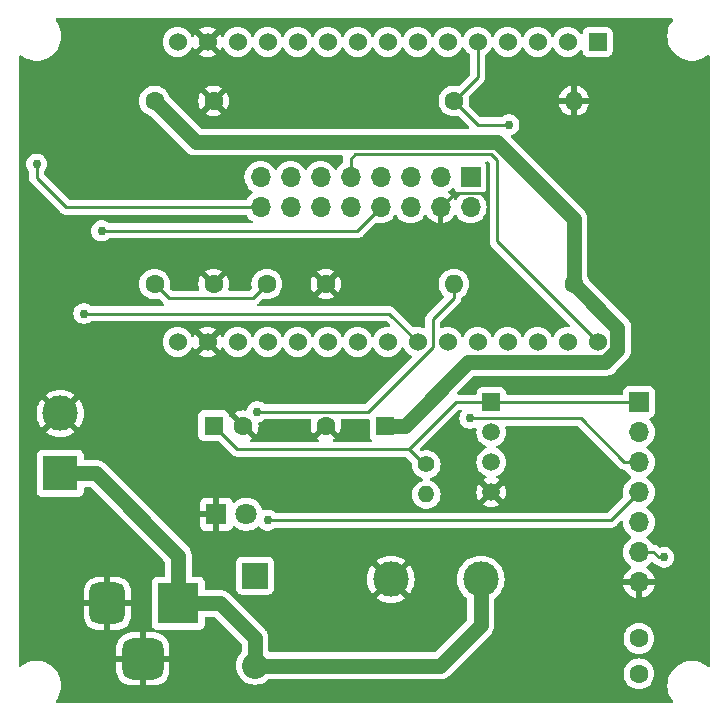
<source format=gtl>
%TF.GenerationSoftware,KiCad,Pcbnew,8.0.7-unknown-202501031821~9d36205ced~ubuntu20.04.1*%
%TF.CreationDate,2025-02-02T17:39:59-03:00*%
%TF.ProjectId,Wise-Shield-32,57697365-2d53-4686-9965-6c642d33322e,1*%
%TF.SameCoordinates,Original*%
%TF.FileFunction,Copper,L1,Top*%
%TF.FilePolarity,Positive*%
%FSLAX46Y46*%
G04 Gerber Fmt 4.6, Leading zero omitted, Abs format (unit mm)*
G04 Created by KiCad (PCBNEW 8.0.7-unknown-202501031821~9d36205ced~ubuntu20.04.1) date 2025-02-02 17:39:59*
%MOMM*%
%LPD*%
G01*
G04 APERTURE LIST*
G04 Aperture macros list*
%AMRoundRect*
0 Rectangle with rounded corners*
0 $1 Rounding radius*
0 $2 $3 $4 $5 $6 $7 $8 $9 X,Y pos of 4 corners*
0 Add a 4 corners polygon primitive as box body*
4,1,4,$2,$3,$4,$5,$6,$7,$8,$9,$2,$3,0*
0 Add four circle primitives for the rounded corners*
1,1,$1+$1,$2,$3*
1,1,$1+$1,$4,$5*
1,1,$1+$1,$6,$7*
1,1,$1+$1,$8,$9*
0 Add four rect primitives between the rounded corners*
20,1,$1+$1,$2,$3,$4,$5,0*
20,1,$1+$1,$4,$5,$6,$7,0*
20,1,$1+$1,$6,$7,$8,$9,0*
20,1,$1+$1,$8,$9,$2,$3,0*%
G04 Aperture macros list end*
%TA.AperFunction,ComponentPad*%
%ADD10R,1.600000X1.600000*%
%TD*%
%TA.AperFunction,ComponentPad*%
%ADD11C,1.600000*%
%TD*%
%TA.AperFunction,ComponentPad*%
%ADD12R,3.000000X3.000000*%
%TD*%
%TA.AperFunction,ComponentPad*%
%ADD13C,3.000000*%
%TD*%
%TA.AperFunction,ComponentPad*%
%ADD14R,1.800000X1.800000*%
%TD*%
%TA.AperFunction,ComponentPad*%
%ADD15C,1.800000*%
%TD*%
%TA.AperFunction,ComponentPad*%
%ADD16R,1.524000X1.524000*%
%TD*%
%TA.AperFunction,ComponentPad*%
%ADD17C,1.524000*%
%TD*%
%TA.AperFunction,ComponentPad*%
%ADD18R,2.200000X2.200000*%
%TD*%
%TA.AperFunction,ComponentPad*%
%ADD19O,2.200000X2.200000*%
%TD*%
%TA.AperFunction,ComponentPad*%
%ADD20O,1.600000X1.600000*%
%TD*%
%TA.AperFunction,ComponentPad*%
%ADD21R,1.500000X1.500000*%
%TD*%
%TA.AperFunction,ComponentPad*%
%ADD22C,1.500000*%
%TD*%
%TA.AperFunction,ComponentPad*%
%ADD23R,1.700000X1.700000*%
%TD*%
%TA.AperFunction,ComponentPad*%
%ADD24O,1.700000X1.700000*%
%TD*%
%TA.AperFunction,ComponentPad*%
%ADD25R,3.500000X3.500000*%
%TD*%
%TA.AperFunction,ComponentPad*%
%ADD26RoundRect,0.750000X-0.750000X-1.000000X0.750000X-1.000000X0.750000X1.000000X-0.750000X1.000000X0*%
%TD*%
%TA.AperFunction,ComponentPad*%
%ADD27RoundRect,0.875000X-0.875000X-0.875000X0.875000X-0.875000X0.875000X0.875000X-0.875000X0.875000X0*%
%TD*%
%TA.AperFunction,ComponentPad*%
%ADD28C,1.400000*%
%TD*%
%TA.AperFunction,ComponentPad*%
%ADD29O,1.400000X1.400000*%
%TD*%
%TA.AperFunction,ViaPad*%
%ADD30C,0.762000*%
%TD*%
%TA.AperFunction,Conductor*%
%ADD31C,0.254000*%
%TD*%
%TA.AperFunction,Conductor*%
%ADD32C,1.270000*%
%TD*%
G04 APERTURE END LIST*
D10*
%TO.P,C3\u002A,1*%
%TO.N,+3.3V*%
X114500000Y-96000000D03*
D11*
%TO.P,C3\u002A,2*%
%TO.N,GNDREF*%
X117000000Y-96000000D03*
%TD*%
D12*
%TO.P,J6\u002A,1,Pin_1*%
%TO.N,+5VA*%
X101500000Y-100040000D03*
D13*
%TO.P,J6\u002A,2,Pin_2*%
%TO.N,GNDREF*%
X101500000Y-94960000D03*
%TD*%
D14*
%TO.P,D1\u002A,1,K*%
%TO.N,GNDREF*%
X114725000Y-103500000D03*
D15*
%TO.P,D1\u002A,2,A*%
%TO.N,Net-(D1-A)*%
X117265000Y-103500000D03*
%TD*%
D11*
%TO.P,C4,1*%
%TO.N,PWR_ON*%
X109500000Y-68500000D03*
%TO.P,C4,2*%
%TO.N,GNDREF*%
X114500000Y-68500000D03*
%TD*%
D13*
%TO.P,J5,1,Pin_1*%
%TO.N,+5VA*%
X137120000Y-109000000D03*
%TO.P,J5,2,Pin_2*%
%TO.N,GNDREF*%
X129500000Y-109000000D03*
%TD*%
D16*
%TO.P,U1,1,EN*%
%TO.N,unconnected-(U1-EN-Pad1)*%
X147000000Y-63500000D03*
D17*
%TO.P,U1,2,SENSOR_VP*%
%TO.N,unconnected-(U1-SENSOR_VP-Pad2)*%
X144460000Y-63500000D03*
%TO.P,U1,3,SENSOR_VN*%
%TO.N,unconnected-(U1-SENSOR_VN-Pad3)*%
X141920000Y-63500000D03*
%TO.P,U1,4,IO34*%
%TO.N,IO34*%
X139380000Y-63500000D03*
%TO.P,U1,5,IO35*%
%TO.N,IO35*%
X136840000Y-63500000D03*
%TO.P,U1,6,IO32*%
%TO.N,IO32*%
X134300000Y-63500000D03*
%TO.P,U1,7,IO33*%
%TO.N,IO33*%
X131760000Y-63500000D03*
%TO.P,U1,8,IO25*%
%TO.N,IO25*%
X129220000Y-63500000D03*
%TO.P,U1,9,IO26*%
%TO.N,IO26*%
X126680000Y-63500000D03*
%TO.P,U1,10,IO27*%
%TO.N,IO27*%
X124140000Y-63500000D03*
%TO.P,U1,11,IO14*%
%TO.N,IO14*%
X121600000Y-63500000D03*
%TO.P,U1,12,IO12*%
%TO.N,IO12*%
X119060000Y-63500000D03*
%TO.P,U1,13,IO13*%
%TO.N,IO13*%
X116520000Y-63500000D03*
%TO.P,U1,14,GND*%
%TO.N,GNDREF*%
X113980000Y-63500000D03*
%TO.P,U1,15,VIN*%
%TO.N,PWR_ON*%
X111440000Y-63500000D03*
%TO.P,U1,16,3V3*%
%TO.N,+3.3V*%
X111440000Y-88900000D03*
%TO.P,U1,17,GND*%
%TO.N,GNDREF*%
X113980000Y-88900000D03*
%TO.P,U1,18,IO15*%
%TO.N,IO15*%
X116520000Y-88900000D03*
%TO.P,U1,19,IO2*%
%TO.N,IO02*%
X119060000Y-88900000D03*
%TO.P,U1,20,IO4*%
%TO.N,IO04*%
X121600000Y-88900000D03*
%TO.P,U1,21,IO16*%
%TO.N,IO16*%
X124140000Y-88900000D03*
%TO.P,U1,22,IO17*%
%TO.N,IO17*%
X126680000Y-88900000D03*
%TO.P,U1,23,IO5*%
%TO.N,IO05*%
X129220000Y-88900000D03*
%TO.P,U1,24,IO18*%
%TO.N,IO18*%
X131760000Y-88900000D03*
%TO.P,U1,25,IO19*%
%TO.N,IO19*%
X134300000Y-88900000D03*
%TO.P,U1,26,IO21*%
%TO.N,SDA*%
X136840000Y-88900000D03*
%TO.P,U1,27,RXD0/IO3*%
%TO.N,unconnected-(U1-RXD0{slash}IO3-Pad27)*%
X139380000Y-88900000D03*
%TO.P,U1,28,TXD0/IO1*%
%TO.N,unconnected-(U1-TXD0{slash}IO1-Pad28)*%
X141920000Y-88900000D03*
%TO.P,U1,29,IO22*%
%TO.N,SCL*%
X144460000Y-88900000D03*
%TO.P,U1,30,IO23*%
%TO.N,IO23*%
X147000000Y-88900000D03*
%TD*%
D11*
%TO.P,R1\u002A,1*%
%TO.N,+3.3V*%
X150500000Y-117000000D03*
%TO.P,R1\u002A,2*%
%TO.N,IO35*%
X150500000Y-114000000D03*
%TD*%
%TO.P,C2,1*%
%TO.N,+3.3V*%
X109500000Y-84000000D03*
%TO.P,C2,2*%
%TO.N,GNDREF*%
X114500000Y-84000000D03*
%TD*%
D10*
%TO.P,C5,1*%
%TO.N,PWR_ON*%
X129000000Y-96000000D03*
D11*
%TO.P,C5,2*%
%TO.N,GNDREF*%
X124000000Y-96000000D03*
%TD*%
D18*
%TO.P,D2,1,K*%
%TO.N,PWR_ON*%
X118000000Y-108690000D03*
D19*
%TO.P,D2,2,A*%
%TO.N,+5VA*%
X118000000Y-116310000D03*
%TD*%
D11*
%TO.P,R2,1*%
%TO.N,IO35*%
X134840000Y-68500000D03*
D20*
%TO.P,R2,2*%
%TO.N,GNDREF*%
X145000000Y-68500000D03*
%TD*%
D21*
%TO.P,U2\u002A,1,VDD*%
%TO.N,+3.3V*%
X138000000Y-94000000D03*
D22*
%TO.P,U2\u002A,2,DATA*%
%TO.N,IO33*%
X138000000Y-96540000D03*
%TO.P,U2\u002A,3,NC*%
%TO.N,unconnected-(U2-NC-Pad3)*%
X138000000Y-99080000D03*
%TO.P,U2\u002A,4,GND*%
%TO.N,GNDREF*%
X138000000Y-101620000D03*
%TD*%
D23*
%TO.P,J4\u002A,1,Pin_1*%
%TO.N,+3.3V*%
X150500000Y-94000000D03*
D24*
%TO.P,J4\u002A,2,Pin_2*%
%TO.N,SCL*%
X150500000Y-96540000D03*
%TO.P,J4\u002A,3,Pin_3*%
%TO.N,SDA*%
X150500000Y-99080000D03*
%TO.P,J4\u002A,4,Pin_4*%
%TO.N,IO02*%
X150500000Y-101620000D03*
%TO.P,J4\u002A,5,Pin_5*%
%TO.N,IO32*%
X150500000Y-104160000D03*
%TO.P,J4\u002A,6,Pin_6*%
%TO.N,IO34*%
X150500000Y-106700000D03*
%TO.P,J4\u002A,7,Pin_7*%
%TO.N,GNDREF*%
X150500000Y-109240000D03*
%TD*%
D25*
%TO.P,J3,1*%
%TO.N,+5VA*%
X111500000Y-111042500D03*
D26*
%TO.P,J3,2*%
%TO.N,GNDREF*%
X105500000Y-111042500D03*
D27*
%TO.P,J3,3*%
X108500000Y-115742500D03*
%TD*%
D11*
%TO.P,R3,1*%
%TO.N,PWR_ON*%
X145000000Y-84000000D03*
D20*
%TO.P,R3,2*%
%TO.N,Net-(D1-A)*%
X134840000Y-84000000D03*
%TD*%
D11*
%TO.P,C1,1*%
%TO.N,+3.3V*%
X119000000Y-84000000D03*
%TO.P,C1,2*%
%TO.N,GNDREF*%
X124000000Y-84000000D03*
%TD*%
D28*
%TO.P,R4\u002A,1*%
%TO.N,+3.3V*%
X132500000Y-99280000D03*
D29*
%TO.P,R4\u002A,2*%
%TO.N,IO33*%
X132500000Y-101820000D03*
%TD*%
D24*
%TO.P,J1,A,Pin_9*%
%TO.N,IO23*%
X126080000Y-74960000D03*
%TO.P,J1,B,Pin_10*%
%TO.N,IO19*%
X126080000Y-77500000D03*
%TO.P,J1,B1,Pin_3*%
%TO.N,IO27*%
X133700000Y-74960000D03*
%TO.P,J1,B2,Pin_7*%
%TO.N,IO13*%
X128620000Y-74960000D03*
%TO.P,J1,C,Pin_11*%
%TO.N,IO05*%
X123540000Y-74960000D03*
%TO.P,J1,CLK,Pin_13*%
%TO.N,IO16*%
X121000000Y-74960000D03*
%TO.P,J1,D,Pin_12*%
%TO.N,IO17*%
X123540000Y-77500000D03*
%TO.P,J1,E,Pin_8*%
%TO.N,Net-(J1-Pin_8)*%
X128620000Y-77500000D03*
%TO.P,J1,G/E,Pin_16*%
%TO.N,Net-(J1-Pin_16)*%
X118460000Y-77500000D03*
%TO.P,J1,G1,Pin_2*%
%TO.N,IO26*%
X136240000Y-77500000D03*
%TO.P,J1,G2,Pin_6*%
%TO.N,IO12*%
X131160000Y-77500000D03*
%TO.P,J1,GND,Pin_4*%
%TO.N,GNDREF*%
X133700000Y-77500000D03*
%TO.P,J1,LAT,Pin_14*%
%TO.N,IO04*%
X121000000Y-77500000D03*
%TO.P,J1,OE,Pin_15*%
%TO.N,IO15*%
X118460000Y-74960000D03*
D23*
%TO.P,J1,R1,Pin_1*%
%TO.N,IO25*%
X136240000Y-74960000D03*
D24*
%TO.P,J1,R2,Pin_5*%
%TO.N,IO14*%
X131160000Y-74960000D03*
%TD*%
D30*
%TO.N,Net-(D1-A)*%
X118190800Y-94799500D03*
%TO.N,IO34*%
X152616000Y-107150000D03*
%TO.N,SDA*%
X136176800Y-95385300D03*
%TO.N,IO02*%
X119060000Y-104000000D03*
%TO.N,IO18*%
X103500000Y-86500000D03*
%TO.N,IO35*%
X139500000Y-70500000D03*
%TO.N,Net-(J1-Pin_8)*%
X105000000Y-79500000D03*
%TO.N,Net-(J1-Pin_16)*%
X99500000Y-73850000D03*
%TD*%
D31*
%TO.N,+3.3V*%
X110687500Y-85187500D02*
X109500000Y-84000000D01*
X119000000Y-84000000D02*
X117812500Y-85187500D01*
X132280000Y-99280000D02*
X132500000Y-99280000D01*
X114500000Y-96000000D02*
X116500000Y-98000000D01*
X131000000Y-98000000D02*
X135000000Y-94000000D01*
X135000000Y-94000000D02*
X138000000Y-94000000D01*
X116500000Y-98000000D02*
X131000000Y-98000000D01*
X150500000Y-94000000D02*
X138000000Y-94000000D01*
X131000000Y-98000000D02*
X132280000Y-99280000D01*
X117812500Y-85187500D02*
X110687500Y-85187500D01*
%TO.N,GNDREF*%
X134931000Y-76269000D02*
X137269000Y-76269000D01*
X137269000Y-76269000D02*
X137500000Y-76500000D01*
X133700000Y-77500000D02*
X134931000Y-76269000D01*
%TO.N,Net-(D1-A)*%
X134840000Y-85182700D02*
X133030000Y-86992700D01*
X133030000Y-89314500D02*
X127545000Y-94799500D01*
X134840000Y-84000000D02*
X134840000Y-85182700D01*
X127545000Y-94799500D02*
X118190800Y-94799500D01*
X133030000Y-86992700D02*
X133030000Y-89314500D01*
D32*
%TO.N,+5VA*%
X111500000Y-111042500D02*
X115042500Y-111042500D01*
X137120000Y-112880000D02*
X137120000Y-109000000D01*
X101500000Y-100040000D02*
X104540000Y-100040000D01*
X118000000Y-114000000D02*
X118000000Y-116310000D01*
X111500000Y-107000000D02*
X111500000Y-111042500D01*
X118000000Y-116310000D02*
X133690000Y-116310000D01*
X133690000Y-116310000D02*
X137120000Y-112880000D01*
X104540000Y-100040000D02*
X111500000Y-107000000D01*
X115042500Y-111042500D02*
X118000000Y-114000000D01*
D31*
%TO.N,IO34*%
X152182700Y-107150000D02*
X151732700Y-106700000D01*
X152616000Y-107150000D02*
X152182700Y-107150000D01*
X150500000Y-106700000D02*
X151732700Y-106700000D01*
%TO.N,SDA*%
X150500000Y-99080000D02*
X149267300Y-99080000D01*
X136176800Y-95385300D02*
X145572600Y-95385300D01*
X145572600Y-95385300D02*
X149267300Y-99080000D01*
%TO.N,IO02*%
X119060000Y-104000000D02*
X148120000Y-104000000D01*
X148120000Y-104000000D02*
X150500000Y-101620000D01*
%TO.N,IO18*%
X129360000Y-86500000D02*
X131760000Y-88900000D01*
X103500000Y-86500000D02*
X129360000Y-86500000D01*
%TO.N,IO35*%
X136840000Y-63500000D02*
X136840000Y-66500000D01*
X136840000Y-70500000D02*
X139500000Y-70500000D01*
X136840000Y-66500000D02*
X134840000Y-68500000D01*
X134840000Y-68500000D02*
X136840000Y-70500000D01*
%TO.N,IO23*%
X138000000Y-73000000D02*
X138500000Y-73500000D01*
X126080000Y-73420000D02*
X126500000Y-73000000D01*
X138500000Y-80400000D02*
X147000000Y-88900000D01*
X138500000Y-73500000D02*
X138500000Y-80400000D01*
X126500000Y-73000000D02*
X138000000Y-73000000D01*
X126080000Y-74960000D02*
X126080000Y-73420000D01*
D32*
%TO.N,PWR_ON*%
X109500000Y-68500000D02*
X112984000Y-71984000D01*
X148683600Y-87683600D02*
X145000000Y-84000000D01*
X148683600Y-89610900D02*
X148683600Y-87683600D01*
X138484000Y-71984000D02*
X145000000Y-78500000D01*
X129000000Y-96000000D02*
X130690700Y-96000000D01*
X112984000Y-71984000D02*
X138484000Y-71984000D01*
X147667500Y-90627000D02*
X148683600Y-89610900D01*
X130690700Y-96000000D02*
X136063700Y-90627000D01*
X136063700Y-90627000D02*
X147667500Y-90627000D01*
X145000000Y-78500000D02*
X145000000Y-84000000D01*
D31*
%TO.N,Net-(J1-Pin_8)*%
X126620000Y-79500000D02*
X128620000Y-77500000D01*
X105000000Y-79500000D02*
X126620000Y-79500000D01*
%TO.N,Net-(J1-Pin_16)*%
X99500000Y-75000000D02*
X102000000Y-77500000D01*
X102000000Y-77500000D02*
X118460000Y-77500000D01*
X99500000Y-73850000D02*
X99500000Y-75000000D01*
%TD*%
%TA.AperFunction,Conductor*%
%TO.N,GNDREF*%
G36*
X122713114Y-95446685D02*
G01*
X122758869Y-95499489D01*
X122768813Y-95568647D01*
X122765850Y-95583093D01*
X122714860Y-95773389D01*
X122714858Y-95773400D01*
X122695034Y-95999997D01*
X122695034Y-96000000D01*
X122714858Y-96226599D01*
X122714860Y-96226610D01*
X122773730Y-96446317D01*
X122773735Y-96446331D01*
X122869863Y-96652478D01*
X122920974Y-96725472D01*
X123600000Y-96046446D01*
X123600000Y-96052661D01*
X123627259Y-96154394D01*
X123679920Y-96245606D01*
X123754394Y-96320080D01*
X123845606Y-96372741D01*
X123947339Y-96400000D01*
X123953553Y-96400000D01*
X123274526Y-97079025D01*
X123347513Y-97130132D01*
X123360350Y-97136118D01*
X123412789Y-97182291D01*
X123431940Y-97249485D01*
X123411724Y-97316366D01*
X123358558Y-97361700D01*
X123307944Y-97372500D01*
X117692056Y-97372500D01*
X117625017Y-97352815D01*
X117579262Y-97300011D01*
X117569318Y-97230853D01*
X117598343Y-97167297D01*
X117639650Y-97136118D01*
X117652481Y-97130134D01*
X117725471Y-97079024D01*
X117046446Y-96400000D01*
X117052661Y-96400000D01*
X117154394Y-96372741D01*
X117245606Y-96320080D01*
X117320080Y-96245606D01*
X117372741Y-96154394D01*
X117400000Y-96052661D01*
X117400000Y-96046446D01*
X118079024Y-96725471D01*
X118130136Y-96652478D01*
X118226264Y-96446331D01*
X118226269Y-96446317D01*
X118285139Y-96226610D01*
X118285141Y-96226599D01*
X118304966Y-96000000D01*
X118304966Y-95999999D01*
X118286735Y-95791623D01*
X118300502Y-95723123D01*
X118349117Y-95672939D01*
X118384483Y-95659525D01*
X118464699Y-95642475D01*
X118464702Y-95642473D01*
X118464704Y-95642473D01*
X118560099Y-95600000D01*
X118633978Y-95567107D01*
X118783888Y-95458191D01*
X118783889Y-95458189D01*
X118789145Y-95454371D01*
X118790009Y-95455561D01*
X118846147Y-95428620D01*
X118866128Y-95427000D01*
X122646075Y-95427000D01*
X122713114Y-95446685D01*
G37*
%TD.AperFunction*%
%TA.AperFunction,Conductor*%
G36*
X127642539Y-95446685D02*
G01*
X127688294Y-95499489D01*
X127699500Y-95551000D01*
X127699500Y-96847870D01*
X127699501Y-96847876D01*
X127705908Y-96907483D01*
X127756202Y-97042328D01*
X127756206Y-97042335D01*
X127842452Y-97157544D01*
X127845727Y-97160819D01*
X127879212Y-97222142D01*
X127874228Y-97291834D01*
X127832356Y-97347767D01*
X127766892Y-97372184D01*
X127758046Y-97372500D01*
X124692056Y-97372500D01*
X124625017Y-97352815D01*
X124579262Y-97300011D01*
X124569318Y-97230853D01*
X124598343Y-97167297D01*
X124639650Y-97136118D01*
X124652481Y-97130134D01*
X124725471Y-97079024D01*
X124046447Y-96400000D01*
X124052661Y-96400000D01*
X124154394Y-96372741D01*
X124245606Y-96320080D01*
X124320080Y-96245606D01*
X124372741Y-96154394D01*
X124400000Y-96052661D01*
X124400000Y-96046447D01*
X125079024Y-96725471D01*
X125130136Y-96652478D01*
X125226264Y-96446331D01*
X125226269Y-96446317D01*
X125285139Y-96226610D01*
X125285141Y-96226599D01*
X125304966Y-96000000D01*
X125304966Y-95999997D01*
X125285141Y-95773400D01*
X125285139Y-95773389D01*
X125234150Y-95583093D01*
X125235813Y-95513243D01*
X125274976Y-95455381D01*
X125339204Y-95427877D01*
X125353925Y-95427000D01*
X127575500Y-95427000D01*
X127642539Y-95446685D01*
G37*
%TD.AperFunction*%
%TA.AperFunction,Conductor*%
G36*
X134824340Y-75848068D02*
G01*
X134880274Y-75889939D01*
X134897189Y-75920917D01*
X134946202Y-76052328D01*
X134946206Y-76052335D01*
X135032452Y-76167544D01*
X135032455Y-76167547D01*
X135147664Y-76253793D01*
X135147671Y-76253797D01*
X135279081Y-76302810D01*
X135335015Y-76344681D01*
X135359432Y-76410145D01*
X135344580Y-76478418D01*
X135323430Y-76506673D01*
X135201505Y-76628598D01*
X135071269Y-76814595D01*
X135016692Y-76858219D01*
X134947193Y-76865412D01*
X134884839Y-76833890D01*
X134868119Y-76814594D01*
X134738113Y-76628926D01*
X134738108Y-76628920D01*
X134571078Y-76461890D01*
X134385405Y-76331879D01*
X134341780Y-76277302D01*
X134334588Y-76207804D01*
X134366110Y-76145449D01*
X134385406Y-76128730D01*
X134385842Y-76128425D01*
X134571401Y-75998495D01*
X134693329Y-75876566D01*
X134754648Y-75843084D01*
X134824340Y-75848068D01*
G37*
%TD.AperFunction*%
%TA.AperFunction,Conductor*%
G36*
X153338193Y-61520185D02*
G01*
X153383948Y-61572989D01*
X153393892Y-61642147D01*
X153372458Y-61696008D01*
X153217255Y-61915879D01*
X153217251Y-61915885D01*
X153086234Y-62168738D01*
X152990871Y-62437062D01*
X152990870Y-62437065D01*
X152932930Y-62715893D01*
X152913497Y-63000000D01*
X152932930Y-63284106D01*
X152990870Y-63562934D01*
X152990871Y-63562937D01*
X153086234Y-63831261D01*
X153086233Y-63831261D01*
X153149539Y-63953435D01*
X153217251Y-64084113D01*
X153379961Y-64314621D01*
X153381480Y-64316772D01*
X153430709Y-64369483D01*
X153575851Y-64524891D01*
X153796755Y-64704610D01*
X153796757Y-64704611D01*
X153796758Y-64704612D01*
X154040074Y-64852576D01*
X154252069Y-64944657D01*
X154301273Y-64966030D01*
X154575488Y-65042862D01*
X154823519Y-65076953D01*
X154857611Y-65081639D01*
X154857612Y-65081639D01*
X155142389Y-65081639D01*
X155172804Y-65077458D01*
X155424512Y-65042862D01*
X155698727Y-64966030D01*
X155959927Y-64852575D01*
X156203245Y-64704610D01*
X156297245Y-64628134D01*
X156361671Y-64601097D01*
X156430488Y-64613182D01*
X156481846Y-64660554D01*
X156499500Y-64724323D01*
X156499500Y-116275676D01*
X156479815Y-116342715D01*
X156427011Y-116388470D01*
X156357853Y-116398414D01*
X156297246Y-116371865D01*
X156257396Y-116339445D01*
X156203245Y-116295390D01*
X156170827Y-116275676D01*
X155959925Y-116147423D01*
X155698728Y-116033970D01*
X155424517Y-115957139D01*
X155424513Y-115957138D01*
X155424512Y-115957138D01*
X155267033Y-115935493D01*
X155142389Y-115918361D01*
X155142388Y-115918361D01*
X154857612Y-115918361D01*
X154857611Y-115918361D01*
X154575488Y-115957138D01*
X154575482Y-115957139D01*
X154301271Y-116033970D01*
X154040074Y-116147423D01*
X153796758Y-116295387D01*
X153575854Y-116475106D01*
X153381480Y-116683227D01*
X153217251Y-116915886D01*
X153086234Y-117168738D01*
X152990871Y-117437062D01*
X152990870Y-117437065D01*
X152932930Y-117715893D01*
X152913497Y-118000000D01*
X152932930Y-118284106D01*
X152932930Y-118284110D01*
X152932931Y-118284112D01*
X152937369Y-118305468D01*
X152990870Y-118562934D01*
X152990871Y-118562937D01*
X153086234Y-118831261D01*
X153086233Y-118831261D01*
X153217251Y-119084114D01*
X153217255Y-119084120D01*
X153372458Y-119303992D01*
X153395037Y-119370113D01*
X153378284Y-119437944D01*
X153327517Y-119485950D01*
X153271154Y-119499500D01*
X101228846Y-119499500D01*
X101161807Y-119479815D01*
X101116052Y-119427011D01*
X101106108Y-119357853D01*
X101127542Y-119303992D01*
X101282744Y-119084120D01*
X101282748Y-119084114D01*
X101282749Y-119084113D01*
X101413764Y-118831265D01*
X101509130Y-118562932D01*
X101567069Y-118284112D01*
X101586503Y-118000000D01*
X101567069Y-117715888D01*
X101509130Y-117437068D01*
X101487374Y-117375854D01*
X101413765Y-117168738D01*
X101413766Y-117168738D01*
X101322958Y-116993487D01*
X101282749Y-116915887D01*
X101118524Y-116683233D01*
X101118520Y-116683229D01*
X101118519Y-116683227D01*
X101053401Y-116613503D01*
X100924149Y-116475109D01*
X100703245Y-116295390D01*
X100703243Y-116295389D01*
X100703241Y-116295387D01*
X100459925Y-116147423D01*
X100198728Y-116033970D01*
X99924517Y-115957139D01*
X99924513Y-115957138D01*
X99924512Y-115957138D01*
X99767033Y-115935493D01*
X99642389Y-115918361D01*
X99642388Y-115918361D01*
X99357612Y-115918361D01*
X99357611Y-115918361D01*
X99075488Y-115957138D01*
X99075482Y-115957139D01*
X98801271Y-116033970D01*
X98540074Y-116147423D01*
X98296759Y-116295387D01*
X98202754Y-116371865D01*
X98138328Y-116398903D01*
X98069512Y-116386817D01*
X98018154Y-116339445D01*
X98000500Y-116275676D01*
X98000500Y-109978303D01*
X103500000Y-109978303D01*
X103500000Y-110792500D01*
X105000000Y-110792500D01*
X105000000Y-111292500D01*
X103500001Y-111292500D01*
X103500001Y-112106697D01*
X103510400Y-112238832D01*
X103565377Y-112457019D01*
X103658428Y-112661874D01*
X103658431Y-112661880D01*
X103786559Y-112846823D01*
X103786569Y-112846835D01*
X103945664Y-113005930D01*
X103945676Y-113005940D01*
X104130619Y-113134068D01*
X104130625Y-113134071D01*
X104335480Y-113227122D01*
X104553667Y-113282099D01*
X104685810Y-113292499D01*
X105249999Y-113292499D01*
X105250000Y-113292498D01*
X105250000Y-112475512D01*
X105307007Y-112508425D01*
X105434174Y-112542500D01*
X105565826Y-112542500D01*
X105692993Y-112508425D01*
X105750000Y-112475512D01*
X105750000Y-113292499D01*
X106314182Y-113292499D01*
X106314197Y-113292498D01*
X106446332Y-113282099D01*
X106664519Y-113227122D01*
X106869374Y-113134071D01*
X106869380Y-113134068D01*
X107054323Y-113005940D01*
X107054335Y-113005930D01*
X107213430Y-112846835D01*
X107213440Y-112846823D01*
X107341568Y-112661880D01*
X107341571Y-112661874D01*
X107434622Y-112457019D01*
X107489599Y-112238832D01*
X107499999Y-112106696D01*
X107500000Y-112106684D01*
X107500000Y-111292500D01*
X106000000Y-111292500D01*
X106000000Y-110792500D01*
X107499999Y-110792500D01*
X107499999Y-109978317D01*
X107499998Y-109978302D01*
X107489599Y-109846167D01*
X107434622Y-109627980D01*
X107341571Y-109423125D01*
X107341568Y-109423119D01*
X107213440Y-109238176D01*
X107213430Y-109238164D01*
X107054335Y-109079069D01*
X107054323Y-109079059D01*
X106869380Y-108950931D01*
X106869374Y-108950928D01*
X106664519Y-108857877D01*
X106446332Y-108802900D01*
X106314196Y-108792500D01*
X105750000Y-108792500D01*
X105750000Y-109609488D01*
X105692993Y-109576575D01*
X105565826Y-109542500D01*
X105434174Y-109542500D01*
X105307007Y-109576575D01*
X105250000Y-109609488D01*
X105250000Y-108792500D01*
X104685817Y-108792500D01*
X104685802Y-108792501D01*
X104553667Y-108802900D01*
X104335480Y-108857877D01*
X104130625Y-108950928D01*
X104130619Y-108950931D01*
X103945676Y-109079059D01*
X103945664Y-109079069D01*
X103786569Y-109238164D01*
X103786559Y-109238176D01*
X103658431Y-109423119D01*
X103658428Y-109423125D01*
X103565377Y-109627980D01*
X103510400Y-109846167D01*
X103500000Y-109978303D01*
X98000500Y-109978303D01*
X98000500Y-98492135D01*
X99499500Y-98492135D01*
X99499500Y-101587870D01*
X99499501Y-101587876D01*
X99505908Y-101647483D01*
X99556202Y-101782328D01*
X99556206Y-101782335D01*
X99642452Y-101897544D01*
X99642455Y-101897547D01*
X99757664Y-101983793D01*
X99757671Y-101983797D01*
X99892517Y-102034091D01*
X99892516Y-102034091D01*
X99899444Y-102034835D01*
X99952127Y-102040500D01*
X103047872Y-102040499D01*
X103107483Y-102034091D01*
X103242331Y-101983796D01*
X103357546Y-101897546D01*
X103443796Y-101782331D01*
X103494091Y-101647483D01*
X103500500Y-101587873D01*
X103500500Y-101299500D01*
X103520185Y-101232461D01*
X103572989Y-101186706D01*
X103624500Y-101175500D01*
X104018299Y-101175500D01*
X104085338Y-101195185D01*
X104105980Y-101211819D01*
X110328181Y-107434020D01*
X110361666Y-107495343D01*
X110364500Y-107521701D01*
X110364500Y-108668000D01*
X110344815Y-108735039D01*
X110292011Y-108780794D01*
X110240500Y-108792000D01*
X109702129Y-108792000D01*
X109702123Y-108792001D01*
X109642516Y-108798408D01*
X109507671Y-108848702D01*
X109507664Y-108848706D01*
X109392455Y-108934952D01*
X109392452Y-108934955D01*
X109306206Y-109050164D01*
X109306202Y-109050171D01*
X109255908Y-109185017D01*
X109249501Y-109244616D01*
X109249501Y-109244623D01*
X109249500Y-109244635D01*
X109249500Y-112840370D01*
X109249501Y-112840376D01*
X109255908Y-112899983D01*
X109306202Y-113034828D01*
X109306206Y-113034835D01*
X109392452Y-113150044D01*
X109392455Y-113150047D01*
X109507664Y-113236293D01*
X109507673Y-113236298D01*
X109556506Y-113254511D01*
X109612440Y-113296381D01*
X109636858Y-113361845D01*
X109622007Y-113430118D01*
X109572603Y-113479524D01*
X109506598Y-113494518D01*
X109468625Y-113492501D01*
X109468579Y-113492500D01*
X108750000Y-113492500D01*
X108750000Y-115242500D01*
X108250000Y-115242500D01*
X108250000Y-113492500D01*
X107531423Y-113492500D01*
X107531411Y-113492501D01*
X107478808Y-113495294D01*
X107249012Y-113539737D01*
X107030024Y-113622379D01*
X106828158Y-113740839D01*
X106828151Y-113740844D01*
X106649213Y-113891711D01*
X106649211Y-113891713D01*
X106498344Y-114070651D01*
X106498339Y-114070658D01*
X106379879Y-114272524D01*
X106297237Y-114491512D01*
X106252794Y-114721308D01*
X106252794Y-114721309D01*
X106250001Y-114773882D01*
X106250000Y-114773921D01*
X106250000Y-115492500D01*
X107066988Y-115492500D01*
X107034075Y-115549507D01*
X107000000Y-115676674D01*
X107000000Y-115808326D01*
X107034075Y-115935493D01*
X107066988Y-115992500D01*
X106250001Y-115992500D01*
X106250001Y-116711088D01*
X106252794Y-116763691D01*
X106297237Y-116993487D01*
X106379879Y-117212475D01*
X106498339Y-117414341D01*
X106498344Y-117414348D01*
X106649211Y-117593286D01*
X106649213Y-117593288D01*
X106828151Y-117744155D01*
X106828158Y-117744160D01*
X107030024Y-117862620D01*
X107249012Y-117945262D01*
X107478809Y-117989705D01*
X107531382Y-117992498D01*
X107531421Y-117992499D01*
X108249999Y-117992499D01*
X108250000Y-117992498D01*
X108250000Y-116242500D01*
X108750000Y-116242500D01*
X108750000Y-117992499D01*
X109468576Y-117992499D01*
X109468588Y-117992498D01*
X109521191Y-117989705D01*
X109750987Y-117945262D01*
X109969975Y-117862620D01*
X110171841Y-117744160D01*
X110171848Y-117744155D01*
X110350786Y-117593288D01*
X110350788Y-117593286D01*
X110501655Y-117414348D01*
X110501660Y-117414341D01*
X110620120Y-117212475D01*
X110702762Y-116993487D01*
X110747205Y-116763691D01*
X110747205Y-116763690D01*
X110749998Y-116711117D01*
X110750000Y-116711078D01*
X110750000Y-115992500D01*
X109933012Y-115992500D01*
X109965925Y-115935493D01*
X110000000Y-115808326D01*
X110000000Y-115676674D01*
X109965925Y-115549507D01*
X109933012Y-115492500D01*
X110749999Y-115492500D01*
X110749999Y-114773923D01*
X110749998Y-114773911D01*
X110747205Y-114721308D01*
X110702762Y-114491512D01*
X110620120Y-114272524D01*
X110501660Y-114070658D01*
X110501655Y-114070651D01*
X110350788Y-113891713D01*
X110350786Y-113891711D01*
X110171848Y-113740844D01*
X110171841Y-113740839D01*
X109969975Y-113622379D01*
X109750984Y-113539736D01*
X109745840Y-113538741D01*
X109683760Y-113506680D01*
X109648869Y-113446146D01*
X109652244Y-113376358D01*
X109692814Y-113319473D01*
X109757697Y-113293552D01*
X109769374Y-113292999D01*
X113297872Y-113292999D01*
X113357483Y-113286591D01*
X113492331Y-113236296D01*
X113607546Y-113150046D01*
X113693796Y-113034831D01*
X113744091Y-112899983D01*
X113750500Y-112840373D01*
X113750500Y-112302000D01*
X113770185Y-112234961D01*
X113822989Y-112189206D01*
X113874500Y-112178000D01*
X114520799Y-112178000D01*
X114587838Y-112197685D01*
X114608480Y-112214319D01*
X116828181Y-114434020D01*
X116861666Y-114495343D01*
X116864500Y-114521701D01*
X116864500Y-115129353D01*
X116844815Y-115196392D01*
X116834790Y-115209884D01*
X116701166Y-115366337D01*
X116701160Y-115366346D01*
X116569533Y-115581140D01*
X116473126Y-115813889D01*
X116414317Y-116058848D01*
X116394551Y-116310000D01*
X116414317Y-116561151D01*
X116473126Y-116806110D01*
X116569533Y-117038859D01*
X116701160Y-117253653D01*
X116701161Y-117253656D01*
X116701164Y-117253659D01*
X116864776Y-117445224D01*
X117013066Y-117571875D01*
X117056343Y-117608838D01*
X117056345Y-117608838D01*
X117076661Y-117621288D01*
X117271140Y-117740466D01*
X117418329Y-117801433D01*
X117503889Y-117836873D01*
X117748852Y-117895683D01*
X118000000Y-117915449D01*
X118251148Y-117895683D01*
X118496111Y-117836873D01*
X118728859Y-117740466D01*
X118943659Y-117608836D01*
X118998060Y-117562372D01*
X119100116Y-117475210D01*
X119163877Y-117446639D01*
X119180647Y-117445500D01*
X133779370Y-117445500D01*
X133870179Y-117431117D01*
X133955897Y-117417541D01*
X134084193Y-117375853D01*
X134125881Y-117362309D01*
X134285132Y-117281167D01*
X134429728Y-117176111D01*
X134556111Y-117049728D01*
X134605841Y-116999998D01*
X149194532Y-116999998D01*
X149194532Y-117000001D01*
X149214364Y-117226686D01*
X149214366Y-117226697D01*
X149273258Y-117446488D01*
X149273261Y-117446497D01*
X149369431Y-117652732D01*
X149369432Y-117652734D01*
X149499954Y-117839141D01*
X149660858Y-118000045D01*
X149660861Y-118000047D01*
X149847266Y-118130568D01*
X150053504Y-118226739D01*
X150273308Y-118285635D01*
X150435230Y-118299801D01*
X150499998Y-118305468D01*
X150500000Y-118305468D01*
X150500002Y-118305468D01*
X150556673Y-118300509D01*
X150726692Y-118285635D01*
X150946496Y-118226739D01*
X151152734Y-118130568D01*
X151339139Y-118000047D01*
X151500047Y-117839139D01*
X151630568Y-117652734D01*
X151726739Y-117446496D01*
X151785635Y-117226692D01*
X151805468Y-117000000D01*
X151785635Y-116773308D01*
X151726739Y-116553504D01*
X151630568Y-116347266D01*
X151500047Y-116160861D01*
X151500045Y-116160858D01*
X151339141Y-115999954D01*
X151152734Y-115869432D01*
X151152732Y-115869431D01*
X150946497Y-115773261D01*
X150946488Y-115773258D01*
X150726697Y-115714366D01*
X150726693Y-115714365D01*
X150726692Y-115714365D01*
X150726691Y-115714364D01*
X150726686Y-115714364D01*
X150500002Y-115694532D01*
X150499998Y-115694532D01*
X150273313Y-115714364D01*
X150273302Y-115714366D01*
X150053511Y-115773258D01*
X150053502Y-115773261D01*
X149847267Y-115869431D01*
X149847265Y-115869432D01*
X149660858Y-115999954D01*
X149499954Y-116160858D01*
X149369432Y-116347265D01*
X149369431Y-116347267D01*
X149273261Y-116553502D01*
X149273258Y-116553511D01*
X149214366Y-116773302D01*
X149214364Y-116773313D01*
X149194532Y-116999998D01*
X134605841Y-116999998D01*
X137605841Y-113999998D01*
X149194532Y-113999998D01*
X149194532Y-114000001D01*
X149214364Y-114226686D01*
X149214366Y-114226697D01*
X149273258Y-114446488D01*
X149273261Y-114446497D01*
X149369431Y-114652732D01*
X149369432Y-114652734D01*
X149499954Y-114839141D01*
X149660858Y-115000045D01*
X149660861Y-115000047D01*
X149847266Y-115130568D01*
X150053504Y-115226739D01*
X150273308Y-115285635D01*
X150435230Y-115299801D01*
X150499998Y-115305468D01*
X150500000Y-115305468D01*
X150500002Y-115305468D01*
X150556673Y-115300509D01*
X150726692Y-115285635D01*
X150946496Y-115226739D01*
X151152734Y-115130568D01*
X151339139Y-115000047D01*
X151500047Y-114839139D01*
X151630568Y-114652734D01*
X151726739Y-114446496D01*
X151785635Y-114226692D01*
X151805468Y-114000000D01*
X151785635Y-113773308D01*
X151726739Y-113553504D01*
X151630568Y-113347266D01*
X151500047Y-113160861D01*
X151500045Y-113160858D01*
X151339141Y-112999954D01*
X151152734Y-112869432D01*
X151152732Y-112869431D01*
X150946497Y-112773261D01*
X150946488Y-112773258D01*
X150726697Y-112714366D01*
X150726693Y-112714365D01*
X150726692Y-112714365D01*
X150726691Y-112714364D01*
X150726686Y-112714364D01*
X150500002Y-112694532D01*
X150499998Y-112694532D01*
X150273313Y-112714364D01*
X150273302Y-112714366D01*
X150053511Y-112773258D01*
X150053502Y-112773261D01*
X149847267Y-112869431D01*
X149847265Y-112869432D01*
X149660858Y-112999954D01*
X149499954Y-113160858D01*
X149369432Y-113347265D01*
X149369431Y-113347267D01*
X149273261Y-113553502D01*
X149273258Y-113553511D01*
X149214366Y-113773302D01*
X149214364Y-113773313D01*
X149194532Y-113999998D01*
X137605841Y-113999998D01*
X137986111Y-113619728D01*
X138026513Y-113564120D01*
X138034228Y-113553502D01*
X138077082Y-113494518D01*
X138091167Y-113475132D01*
X138170102Y-113320212D01*
X138172008Y-113316808D01*
X138178646Y-113296381D01*
X138227541Y-113145897D01*
X138245132Y-113034828D01*
X138255500Y-112969370D01*
X138255500Y-110710978D01*
X138275185Y-110643939D01*
X138305184Y-110611715D01*
X138433395Y-110515739D01*
X138635739Y-110313395D01*
X138807226Y-110084315D01*
X138944367Y-109833161D01*
X139044369Y-109565046D01*
X139105196Y-109285428D01*
X139125610Y-109000000D01*
X139105196Y-108714572D01*
X139072097Y-108562420D01*
X139044371Y-108434962D01*
X139044370Y-108434960D01*
X139044369Y-108434954D01*
X138944367Y-108166839D01*
X138892515Y-108071880D01*
X138807229Y-107915690D01*
X138807224Y-107915682D01*
X138635745Y-107686612D01*
X138635729Y-107686594D01*
X138433405Y-107484270D01*
X138433387Y-107484254D01*
X138204317Y-107312775D01*
X138204309Y-107312770D01*
X137953166Y-107175635D01*
X137953167Y-107175635D01*
X137739413Y-107095909D01*
X137685046Y-107075631D01*
X137685043Y-107075630D01*
X137685037Y-107075628D01*
X137405433Y-107014804D01*
X137120001Y-106994390D01*
X137119999Y-106994390D01*
X136834566Y-107014804D01*
X136554962Y-107075628D01*
X136286833Y-107175635D01*
X136035690Y-107312770D01*
X136035682Y-107312775D01*
X135806612Y-107484254D01*
X135806594Y-107484270D01*
X135604270Y-107686594D01*
X135604254Y-107686612D01*
X135432775Y-107915682D01*
X135432770Y-107915690D01*
X135295635Y-108166833D01*
X135195628Y-108434962D01*
X135134804Y-108714566D01*
X135114390Y-108999998D01*
X135114390Y-109000001D01*
X135134804Y-109285433D01*
X135195628Y-109565037D01*
X135195630Y-109565043D01*
X135195631Y-109565046D01*
X135259205Y-109735493D01*
X135295635Y-109833166D01*
X135432770Y-110084309D01*
X135432775Y-110084317D01*
X135604254Y-110313387D01*
X135604270Y-110313405D01*
X135806594Y-110515729D01*
X135806603Y-110515737D01*
X135806605Y-110515739D01*
X135934812Y-110611713D01*
X135976681Y-110667644D01*
X135984500Y-110710978D01*
X135984500Y-112358299D01*
X135964815Y-112425338D01*
X135948181Y-112445980D01*
X133255980Y-115138181D01*
X133194657Y-115171666D01*
X133168299Y-115174500D01*
X119259500Y-115174500D01*
X119192461Y-115154815D01*
X119146706Y-115102011D01*
X119135500Y-115050500D01*
X119135500Y-113910629D01*
X119113749Y-113773302D01*
X119107541Y-113734103D01*
X119052310Y-113564120D01*
X119052308Y-113564117D01*
X119052308Y-113564115D01*
X118981916Y-113425965D01*
X118981916Y-113425964D01*
X118971169Y-113404872D01*
X118971166Y-113404867D01*
X118950453Y-113376358D01*
X118866111Y-113260272D01*
X118739728Y-113133889D01*
X115782228Y-110176389D01*
X115742529Y-110147546D01*
X115637632Y-110071333D01*
X115478381Y-109990191D01*
X115478375Y-109990188D01*
X115436694Y-109976646D01*
X115369953Y-109954960D01*
X115308397Y-109934959D01*
X115308395Y-109934958D01*
X115308394Y-109934958D01*
X115131870Y-109907000D01*
X115131866Y-109907000D01*
X113874499Y-109907000D01*
X113807460Y-109887315D01*
X113761705Y-109834511D01*
X113750499Y-109783000D01*
X113750499Y-109244629D01*
X113750498Y-109244623D01*
X113750497Y-109244616D01*
X113744091Y-109185017D01*
X113704571Y-109079059D01*
X113693797Y-109050171D01*
X113693793Y-109050164D01*
X113607547Y-108934955D01*
X113607544Y-108934952D01*
X113492335Y-108848706D01*
X113492328Y-108848702D01*
X113357482Y-108798408D01*
X113357483Y-108798408D01*
X113297883Y-108792001D01*
X113297881Y-108792000D01*
X113297873Y-108792000D01*
X113297865Y-108792000D01*
X112759500Y-108792000D01*
X112692461Y-108772315D01*
X112646706Y-108719511D01*
X112635500Y-108668000D01*
X112635500Y-107542135D01*
X116399500Y-107542135D01*
X116399500Y-109837870D01*
X116399501Y-109837876D01*
X116405908Y-109897483D01*
X116456202Y-110032328D01*
X116456206Y-110032335D01*
X116542452Y-110147544D01*
X116542454Y-110147546D01*
X116657664Y-110233793D01*
X116657671Y-110233797D01*
X116792517Y-110284091D01*
X116792516Y-110284091D01*
X116799444Y-110284835D01*
X116852127Y-110290500D01*
X119147872Y-110290499D01*
X119207483Y-110284091D01*
X119342331Y-110233796D01*
X119457546Y-110147546D01*
X119543796Y-110032331D01*
X119594091Y-109897483D01*
X119600500Y-109837873D01*
X119600500Y-108999998D01*
X127494891Y-108999998D01*
X127494891Y-109000001D01*
X127515300Y-109285362D01*
X127576109Y-109564895D01*
X127676091Y-109832958D01*
X127813191Y-110084038D01*
X127813196Y-110084046D01*
X127919882Y-110226562D01*
X127919883Y-110226563D01*
X128860690Y-109285756D01*
X128879668Y-109331574D01*
X128956274Y-109446224D01*
X129053776Y-109543726D01*
X129168426Y-109620332D01*
X129214242Y-109639309D01*
X128273435Y-110580115D01*
X128273436Y-110580116D01*
X128415953Y-110686803D01*
X128415961Y-110686808D01*
X128667042Y-110823908D01*
X128667041Y-110823908D01*
X128935104Y-110923890D01*
X129214637Y-110984699D01*
X129499999Y-111005109D01*
X129500001Y-111005109D01*
X129785362Y-110984699D01*
X130064895Y-110923890D01*
X130332958Y-110823908D01*
X130584038Y-110686808D01*
X130584039Y-110686807D01*
X130726563Y-110580115D01*
X129785757Y-109639309D01*
X129831574Y-109620332D01*
X129946224Y-109543726D01*
X130043726Y-109446224D01*
X130120332Y-109331574D01*
X130139309Y-109285757D01*
X131080115Y-110226563D01*
X131186807Y-110084039D01*
X131186808Y-110084038D01*
X131323908Y-109832958D01*
X131423890Y-109564895D01*
X131484699Y-109285362D01*
X131505109Y-109000001D01*
X131505109Y-108999998D01*
X131484699Y-108714637D01*
X131423890Y-108435104D01*
X131323908Y-108167041D01*
X131186808Y-107915961D01*
X131186803Y-107915953D01*
X131080116Y-107773436D01*
X131080115Y-107773435D01*
X130139309Y-108714242D01*
X130120332Y-108668426D01*
X130043726Y-108553776D01*
X129946224Y-108456274D01*
X129831574Y-108379668D01*
X129785756Y-108360689D01*
X130726563Y-107419883D01*
X130726562Y-107419882D01*
X130584046Y-107313196D01*
X130584038Y-107313191D01*
X130332957Y-107176091D01*
X130332958Y-107176091D01*
X130064895Y-107076109D01*
X129785362Y-107015300D01*
X129500001Y-106994891D01*
X129499999Y-106994891D01*
X129214637Y-107015300D01*
X128935104Y-107076109D01*
X128667041Y-107176091D01*
X128415961Y-107313191D01*
X128415953Y-107313196D01*
X128273435Y-107419882D01*
X129214243Y-108360689D01*
X129168426Y-108379668D01*
X129053776Y-108456274D01*
X128956274Y-108553776D01*
X128879668Y-108668426D01*
X128860690Y-108714243D01*
X127919882Y-107773435D01*
X127813196Y-107915953D01*
X127813191Y-107915961D01*
X127676091Y-108167041D01*
X127576109Y-108435104D01*
X127515300Y-108714637D01*
X127494891Y-108999998D01*
X119600500Y-108999998D01*
X119600499Y-107542128D01*
X119595299Y-107493757D01*
X119594091Y-107482516D01*
X119543797Y-107347671D01*
X119543793Y-107347664D01*
X119457547Y-107232455D01*
X119457544Y-107232452D01*
X119342335Y-107146206D01*
X119342328Y-107146202D01*
X119207482Y-107095908D01*
X119207483Y-107095908D01*
X119147883Y-107089501D01*
X119147881Y-107089500D01*
X119147873Y-107089500D01*
X119147864Y-107089500D01*
X116852129Y-107089500D01*
X116852123Y-107089501D01*
X116792516Y-107095908D01*
X116657671Y-107146202D01*
X116657664Y-107146206D01*
X116542455Y-107232452D01*
X116542452Y-107232455D01*
X116456206Y-107347664D01*
X116456202Y-107347671D01*
X116405908Y-107482517D01*
X116399569Y-107541488D01*
X116399501Y-107542123D01*
X116399500Y-107542135D01*
X112635500Y-107542135D01*
X112635500Y-106910634D01*
X112616312Y-106789487D01*
X112607540Y-106734103D01*
X112607539Y-106734099D01*
X112607539Y-106734098D01*
X112552310Y-106564121D01*
X112552308Y-106564118D01*
X112515213Y-106491313D01*
X112471167Y-106404868D01*
X112394970Y-106299992D01*
X112366111Y-106260271D01*
X108887963Y-102782123D01*
X105279733Y-99173893D01*
X105279728Y-99173889D01*
X105272575Y-99168692D01*
X105245394Y-99148944D01*
X105135132Y-99068833D01*
X104975881Y-98987691D01*
X104975875Y-98987688D01*
X104934194Y-98974146D01*
X104867453Y-98952460D01*
X104805897Y-98932459D01*
X104805895Y-98932458D01*
X104805894Y-98932458D01*
X104629370Y-98904500D01*
X104629366Y-98904500D01*
X103624499Y-98904500D01*
X103557460Y-98884815D01*
X103511705Y-98832011D01*
X103500499Y-98780500D01*
X103500499Y-98492129D01*
X103500498Y-98492123D01*
X103500497Y-98492116D01*
X103494091Y-98432517D01*
X103443796Y-98297669D01*
X103443795Y-98297668D01*
X103443793Y-98297664D01*
X103357547Y-98182455D01*
X103357544Y-98182452D01*
X103242335Y-98096206D01*
X103242328Y-98096202D01*
X103107482Y-98045908D01*
X103107483Y-98045908D01*
X103047883Y-98039501D01*
X103047881Y-98039500D01*
X103047873Y-98039500D01*
X103047864Y-98039500D01*
X99952129Y-98039500D01*
X99952123Y-98039501D01*
X99892516Y-98045908D01*
X99757671Y-98096202D01*
X99757664Y-98096206D01*
X99642455Y-98182452D01*
X99642452Y-98182455D01*
X99556206Y-98297664D01*
X99556202Y-98297671D01*
X99505908Y-98432517D01*
X99502119Y-98467764D01*
X99499501Y-98492123D01*
X99499500Y-98492135D01*
X98000500Y-98492135D01*
X98000500Y-94959998D01*
X99494891Y-94959998D01*
X99494891Y-94960001D01*
X99515300Y-95245362D01*
X99576109Y-95524895D01*
X99676091Y-95792958D01*
X99813191Y-96044038D01*
X99813196Y-96044046D01*
X99919882Y-96186562D01*
X99919883Y-96186563D01*
X100814768Y-95291678D01*
X100826497Y-95319995D01*
X100909670Y-95444472D01*
X101015528Y-95550330D01*
X101140005Y-95633503D01*
X101168320Y-95645231D01*
X100273435Y-96540115D01*
X100273436Y-96540116D01*
X100415953Y-96646803D01*
X100415961Y-96646808D01*
X100667042Y-96783908D01*
X100667041Y-96783908D01*
X100935104Y-96883890D01*
X101214637Y-96944699D01*
X101499999Y-96965109D01*
X101500001Y-96965109D01*
X101785362Y-96944699D01*
X102064895Y-96883890D01*
X102332958Y-96783908D01*
X102584038Y-96646808D01*
X102584039Y-96646807D01*
X102726563Y-96540115D01*
X101831679Y-95645231D01*
X101859995Y-95633503D01*
X101984472Y-95550330D01*
X102090330Y-95444472D01*
X102173503Y-95319995D01*
X102185231Y-95291679D01*
X103080115Y-96186563D01*
X103186807Y-96044039D01*
X103186808Y-96044038D01*
X103323908Y-95792958D01*
X103423890Y-95524895D01*
X103484699Y-95245362D01*
X103505109Y-94960001D01*
X103505109Y-94959998D01*
X103484699Y-94674637D01*
X103423890Y-94395104D01*
X103323908Y-94127041D01*
X103186808Y-93875961D01*
X103186803Y-93875953D01*
X103080116Y-93733436D01*
X103080115Y-93733435D01*
X102185231Y-94628320D01*
X102173503Y-94600005D01*
X102090330Y-94475528D01*
X101984472Y-94369670D01*
X101859995Y-94286497D01*
X101831678Y-94274767D01*
X102726563Y-93379883D01*
X102726562Y-93379882D01*
X102584046Y-93273196D01*
X102584038Y-93273191D01*
X102332957Y-93136091D01*
X102332958Y-93136091D01*
X102064895Y-93036109D01*
X101785362Y-92975300D01*
X101500001Y-92954891D01*
X101499999Y-92954891D01*
X101214637Y-92975300D01*
X100935104Y-93036109D01*
X100667041Y-93136091D01*
X100415961Y-93273191D01*
X100415953Y-93273196D01*
X100273435Y-93379882D01*
X101168321Y-94274767D01*
X101140005Y-94286497D01*
X101015528Y-94369670D01*
X100909670Y-94475528D01*
X100826497Y-94600005D01*
X100814768Y-94628321D01*
X99919882Y-93733435D01*
X99813196Y-93875953D01*
X99813191Y-93875961D01*
X99676091Y-94127041D01*
X99576109Y-94395104D01*
X99515300Y-94674637D01*
X99494891Y-94959998D01*
X98000500Y-94959998D01*
X98000500Y-73850000D01*
X98613644Y-73850000D01*
X98633013Y-74034286D01*
X98633014Y-74034288D01*
X98690274Y-74210514D01*
X98782921Y-74370985D01*
X98840650Y-74435099D01*
X98870880Y-74498090D01*
X98872500Y-74518071D01*
X98872500Y-75061807D01*
X98896612Y-75183028D01*
X98896614Y-75183035D01*
X98925113Y-75251835D01*
X98939656Y-75286946D01*
X98943916Y-75297231D01*
X98943920Y-75297238D01*
X98985861Y-75360007D01*
X98985863Y-75360009D01*
X99012587Y-75400006D01*
X99012591Y-75400011D01*
X101512589Y-77900008D01*
X101576236Y-77963655D01*
X101599994Y-77987413D01*
X101599996Y-77987414D01*
X101702761Y-78056079D01*
X101702767Y-78056083D01*
X101736215Y-78069937D01*
X101816965Y-78103386D01*
X101938192Y-78127499D01*
X101938196Y-78127500D01*
X101938197Y-78127500D01*
X117186173Y-78127500D01*
X117253212Y-78147185D01*
X117287748Y-78180376D01*
X117421505Y-78371401D01*
X117588597Y-78538493D01*
X117588603Y-78538498D01*
X117743453Y-78646925D01*
X117787078Y-78701502D01*
X117794272Y-78771000D01*
X117762749Y-78833355D01*
X117702519Y-78868769D01*
X117672330Y-78872500D01*
X105675328Y-78872500D01*
X105608289Y-78852815D01*
X105595816Y-78843291D01*
X105443177Y-78732392D01*
X105273904Y-78657026D01*
X105273896Y-78657024D01*
X105092649Y-78618500D01*
X104907351Y-78618500D01*
X104726103Y-78657024D01*
X104726095Y-78657026D01*
X104556822Y-78732392D01*
X104406909Y-78841311D01*
X104406906Y-78841313D01*
X104282922Y-78979014D01*
X104190274Y-79139485D01*
X104133014Y-79315711D01*
X104133013Y-79315713D01*
X104113644Y-79500000D01*
X104133013Y-79684286D01*
X104133014Y-79684288D01*
X104190274Y-79860514D01*
X104213076Y-79900008D01*
X104282923Y-80020987D01*
X104326112Y-80068954D01*
X104406906Y-80158686D01*
X104406909Y-80158688D01*
X104406912Y-80158691D01*
X104556822Y-80267607D01*
X104726095Y-80342973D01*
X104726098Y-80342973D01*
X104726101Y-80342975D01*
X104907351Y-80381500D01*
X105092649Y-80381500D01*
X105273899Y-80342975D01*
X105273902Y-80342973D01*
X105273904Y-80342973D01*
X105330922Y-80317586D01*
X105443178Y-80267607D01*
X105593088Y-80158691D01*
X105593091Y-80158688D01*
X105598345Y-80154871D01*
X105599209Y-80156061D01*
X105655347Y-80129120D01*
X105675328Y-80127500D01*
X126681804Y-80127500D01*
X126681805Y-80127499D01*
X126803035Y-80103386D01*
X126883784Y-80069937D01*
X126917233Y-80056083D01*
X127020008Y-79987411D01*
X127107411Y-79900008D01*
X128166584Y-78840833D01*
X128227905Y-78807350D01*
X128286356Y-78808741D01*
X128328107Y-78819928D01*
X128384592Y-78835063D01*
X128572918Y-78851539D01*
X128619999Y-78855659D01*
X128620000Y-78855659D01*
X128620001Y-78855659D01*
X128659234Y-78852226D01*
X128855408Y-78835063D01*
X129083663Y-78773903D01*
X129297830Y-78674035D01*
X129491401Y-78538495D01*
X129658495Y-78371401D01*
X129788425Y-78185842D01*
X129843002Y-78142217D01*
X129912500Y-78135023D01*
X129974855Y-78166546D01*
X129991575Y-78185842D01*
X130121500Y-78371395D01*
X130121505Y-78371401D01*
X130288599Y-78538495D01*
X130385384Y-78606265D01*
X130482165Y-78674032D01*
X130482167Y-78674033D01*
X130482170Y-78674035D01*
X130696337Y-78773903D01*
X130924592Y-78835063D01*
X131112918Y-78851539D01*
X131159999Y-78855659D01*
X131160000Y-78855659D01*
X131160001Y-78855659D01*
X131199234Y-78852226D01*
X131395408Y-78835063D01*
X131623663Y-78773903D01*
X131837830Y-78674035D01*
X132031401Y-78538495D01*
X132198495Y-78371401D01*
X132328730Y-78185405D01*
X132383307Y-78141781D01*
X132452805Y-78134587D01*
X132515160Y-78166110D01*
X132531879Y-78185405D01*
X132661890Y-78371078D01*
X132828917Y-78538105D01*
X133022421Y-78673600D01*
X133236507Y-78773429D01*
X133236516Y-78773433D01*
X133450000Y-78830634D01*
X133450000Y-77933012D01*
X133507007Y-77965925D01*
X133634174Y-78000000D01*
X133765826Y-78000000D01*
X133892993Y-77965925D01*
X133950000Y-77933012D01*
X133950000Y-78830633D01*
X134163483Y-78773433D01*
X134163492Y-78773429D01*
X134377578Y-78673600D01*
X134571082Y-78538105D01*
X134738105Y-78371082D01*
X134868119Y-78185405D01*
X134922696Y-78141781D01*
X134992195Y-78134588D01*
X135054549Y-78166110D01*
X135071269Y-78185405D01*
X135201505Y-78371401D01*
X135368599Y-78538495D01*
X135465384Y-78606265D01*
X135562165Y-78674032D01*
X135562167Y-78674033D01*
X135562170Y-78674035D01*
X135776337Y-78773903D01*
X136004592Y-78835063D01*
X136192918Y-78851539D01*
X136239999Y-78855659D01*
X136240000Y-78855659D01*
X136240001Y-78855659D01*
X136279234Y-78852226D01*
X136475408Y-78835063D01*
X136703663Y-78773903D01*
X136917830Y-78674035D01*
X137111401Y-78538495D01*
X137278495Y-78371401D01*
X137414035Y-78177830D01*
X137513903Y-77963663D01*
X137575063Y-77735408D01*
X137595659Y-77500000D01*
X137575063Y-77264592D01*
X137513903Y-77036337D01*
X137414035Y-76822171D01*
X137408730Y-76814595D01*
X137278496Y-76628600D01*
X137278493Y-76628597D01*
X137156567Y-76506671D01*
X137123084Y-76445351D01*
X137128068Y-76375659D01*
X137169939Y-76319725D01*
X137200915Y-76302810D01*
X137332331Y-76253796D01*
X137447546Y-76167546D01*
X137533796Y-76052331D01*
X137584091Y-75917483D01*
X137590500Y-75857873D01*
X137590499Y-74062128D01*
X137584091Y-74002517D01*
X137582810Y-73999083D01*
X137533797Y-73867671D01*
X137533796Y-73867669D01*
X137502461Y-73825811D01*
X137478044Y-73760347D01*
X137492895Y-73692074D01*
X137542300Y-73642668D01*
X137601728Y-73627500D01*
X137688719Y-73627500D01*
X137755758Y-73647185D01*
X137776400Y-73663819D01*
X137836181Y-73723600D01*
X137869666Y-73784923D01*
X137872500Y-73811281D01*
X137872500Y-80461807D01*
X137896612Y-80583027D01*
X137896614Y-80583035D01*
X137930062Y-80663785D01*
X137943915Y-80697229D01*
X137943920Y-80697239D01*
X138012588Y-80800007D01*
X138012591Y-80800011D01*
X144641293Y-87428712D01*
X144674778Y-87490035D01*
X144669794Y-87559727D01*
X144627922Y-87615660D01*
X144562458Y-87640077D01*
X144542805Y-87639921D01*
X144460002Y-87632677D01*
X144459998Y-87632677D01*
X144239937Y-87651929D01*
X144239929Y-87651930D01*
X144026554Y-87709104D01*
X144026548Y-87709107D01*
X143826340Y-87802465D01*
X143826338Y-87802466D01*
X143645377Y-87929175D01*
X143489175Y-88085377D01*
X143362466Y-88266338D01*
X143362465Y-88266340D01*
X143302382Y-88395189D01*
X143256209Y-88447628D01*
X143189016Y-88466780D01*
X143122135Y-88446564D01*
X143077618Y-88395189D01*
X143017651Y-88266590D01*
X143017534Y-88266339D01*
X142890826Y-88085380D01*
X142734620Y-87929174D01*
X142734616Y-87929171D01*
X142734615Y-87929170D01*
X142553666Y-87802468D01*
X142553662Y-87802466D01*
X142553660Y-87802465D01*
X142353450Y-87709106D01*
X142353447Y-87709105D01*
X142353445Y-87709104D01*
X142140070Y-87651930D01*
X142140062Y-87651929D01*
X141920002Y-87632677D01*
X141919998Y-87632677D01*
X141699937Y-87651929D01*
X141699929Y-87651930D01*
X141486554Y-87709104D01*
X141486548Y-87709107D01*
X141286340Y-87802465D01*
X141286338Y-87802466D01*
X141105377Y-87929175D01*
X140949175Y-88085377D01*
X140822466Y-88266338D01*
X140822465Y-88266340D01*
X140762382Y-88395189D01*
X140716209Y-88447628D01*
X140649016Y-88466780D01*
X140582135Y-88446564D01*
X140537618Y-88395189D01*
X140477651Y-88266590D01*
X140477534Y-88266339D01*
X140350826Y-88085380D01*
X140194620Y-87929174D01*
X140194616Y-87929171D01*
X140194615Y-87929170D01*
X140013666Y-87802468D01*
X140013662Y-87802466D01*
X140013660Y-87802465D01*
X139813450Y-87709106D01*
X139813447Y-87709105D01*
X139813445Y-87709104D01*
X139600070Y-87651930D01*
X139600062Y-87651929D01*
X139380002Y-87632677D01*
X139379998Y-87632677D01*
X139159937Y-87651929D01*
X139159929Y-87651930D01*
X138946554Y-87709104D01*
X138946548Y-87709107D01*
X138746340Y-87802465D01*
X138746338Y-87802466D01*
X138565377Y-87929175D01*
X138409175Y-88085377D01*
X138282466Y-88266338D01*
X138282465Y-88266340D01*
X138222382Y-88395189D01*
X138176209Y-88447628D01*
X138109016Y-88466780D01*
X138042135Y-88446564D01*
X137997618Y-88395189D01*
X137937651Y-88266590D01*
X137937534Y-88266339D01*
X137810826Y-88085380D01*
X137654620Y-87929174D01*
X137654616Y-87929171D01*
X137654615Y-87929170D01*
X137473666Y-87802468D01*
X137473662Y-87802466D01*
X137473660Y-87802465D01*
X137273450Y-87709106D01*
X137273447Y-87709105D01*
X137273445Y-87709104D01*
X137060070Y-87651930D01*
X137060062Y-87651929D01*
X136840002Y-87632677D01*
X136839998Y-87632677D01*
X136619937Y-87651929D01*
X136619929Y-87651930D01*
X136406554Y-87709104D01*
X136406548Y-87709107D01*
X136206340Y-87802465D01*
X136206338Y-87802466D01*
X136025377Y-87929175D01*
X135869175Y-88085377D01*
X135742466Y-88266338D01*
X135742465Y-88266340D01*
X135682382Y-88395189D01*
X135636209Y-88447628D01*
X135569016Y-88466780D01*
X135502135Y-88446564D01*
X135457618Y-88395189D01*
X135397651Y-88266590D01*
X135397534Y-88266339D01*
X135270826Y-88085380D01*
X135114620Y-87929174D01*
X135114616Y-87929171D01*
X135114615Y-87929170D01*
X134933666Y-87802468D01*
X134933662Y-87802466D01*
X134933660Y-87802465D01*
X134733450Y-87709106D01*
X134733447Y-87709105D01*
X134733445Y-87709104D01*
X134520070Y-87651930D01*
X134520062Y-87651929D01*
X134300002Y-87632677D01*
X134299998Y-87632677D01*
X134079937Y-87651929D01*
X134079929Y-87651930D01*
X133866554Y-87709104D01*
X133866547Y-87709107D01*
X133833903Y-87724329D01*
X133764825Y-87734820D01*
X133701042Y-87706299D01*
X133662803Y-87647822D01*
X133657500Y-87611946D01*
X133657500Y-87303981D01*
X133677185Y-87236942D01*
X133693819Y-87216300D01*
X135327408Y-85582711D01*
X135327411Y-85582708D01*
X135396083Y-85479933D01*
X135441397Y-85370535D01*
X135443386Y-85365734D01*
X135467500Y-85244503D01*
X135467500Y-85212787D01*
X135487185Y-85145748D01*
X135520377Y-85111212D01*
X135679139Y-85000047D01*
X135840047Y-84839139D01*
X135970568Y-84652734D01*
X136066739Y-84446496D01*
X136125635Y-84226692D01*
X136145468Y-84000000D01*
X136125635Y-83773308D01*
X136066739Y-83553504D01*
X135970568Y-83347266D01*
X135840047Y-83160861D01*
X135840045Y-83160858D01*
X135679141Y-82999954D01*
X135492734Y-82869432D01*
X135492732Y-82869431D01*
X135286497Y-82773261D01*
X135286488Y-82773258D01*
X135066697Y-82714366D01*
X135066693Y-82714365D01*
X135066692Y-82714365D01*
X135066691Y-82714364D01*
X135066686Y-82714364D01*
X134840002Y-82694532D01*
X134839998Y-82694532D01*
X134613313Y-82714364D01*
X134613302Y-82714366D01*
X134393511Y-82773258D01*
X134393502Y-82773261D01*
X134187267Y-82869431D01*
X134187265Y-82869432D01*
X134000858Y-82999954D01*
X133839954Y-83160858D01*
X133709432Y-83347265D01*
X133709431Y-83347267D01*
X133613261Y-83553502D01*
X133613258Y-83553511D01*
X133554366Y-83773302D01*
X133554364Y-83773313D01*
X133534532Y-83999998D01*
X133534532Y-84000000D01*
X133554364Y-84226686D01*
X133554366Y-84226697D01*
X133613258Y-84446488D01*
X133613261Y-84446497D01*
X133709431Y-84652732D01*
X133709432Y-84652734D01*
X133839954Y-84839141D01*
X133980365Y-84979552D01*
X134013850Y-85040875D01*
X134008866Y-85110567D01*
X133980365Y-85154914D01*
X132819570Y-86315711D01*
X132629992Y-86505289D01*
X132586289Y-86548992D01*
X132542586Y-86592694D01*
X132542585Y-86592696D01*
X132473233Y-86696489D01*
X132471586Y-86701093D01*
X132426614Y-86809664D01*
X132426614Y-86809665D01*
X132408644Y-86900008D01*
X132408644Y-86900009D01*
X132402500Y-86930895D01*
X132402500Y-87611946D01*
X132382815Y-87678985D01*
X132330011Y-87724740D01*
X132260853Y-87734684D01*
X132226097Y-87724329D01*
X132197451Y-87710971D01*
X132193450Y-87709106D01*
X132193449Y-87709105D01*
X132193445Y-87709104D01*
X131980070Y-87651930D01*
X131980062Y-87651929D01*
X131760002Y-87632677D01*
X131759998Y-87632677D01*
X131539938Y-87651929D01*
X131539933Y-87651929D01*
X131539932Y-87651930D01*
X131539929Y-87651930D01*
X131539928Y-87651931D01*
X131498205Y-87663110D01*
X131428356Y-87661445D01*
X131378434Y-87631015D01*
X129760011Y-86012591D01*
X129760003Y-86012585D01*
X129657243Y-85943923D01*
X129657229Y-85943915D01*
X129616734Y-85927142D01*
X129616732Y-85927141D01*
X129543035Y-85896614D01*
X129543027Y-85896612D01*
X129421807Y-85872500D01*
X129421803Y-85872500D01*
X118314282Y-85872500D01*
X118247243Y-85852815D01*
X118201488Y-85800011D01*
X118191544Y-85730853D01*
X118220569Y-85667297D01*
X118226600Y-85660819D01*
X118230395Y-85657024D01*
X118299911Y-85587508D01*
X118587410Y-85300007D01*
X118648729Y-85266525D01*
X118707180Y-85267915D01*
X118773308Y-85285635D01*
X118935230Y-85299801D01*
X118999998Y-85305468D01*
X119000000Y-85305468D01*
X119000002Y-85305468D01*
X119062385Y-85300010D01*
X119226692Y-85285635D01*
X119446496Y-85226739D01*
X119652734Y-85130568D01*
X119839139Y-85000047D01*
X120000047Y-84839139D01*
X120130568Y-84652734D01*
X120226739Y-84446496D01*
X120285635Y-84226692D01*
X120305468Y-84000000D01*
X120305468Y-83999997D01*
X122695034Y-83999997D01*
X122695034Y-84000000D01*
X122714858Y-84226599D01*
X122714860Y-84226610D01*
X122773730Y-84446317D01*
X122773735Y-84446331D01*
X122869863Y-84652478D01*
X122920974Y-84725472D01*
X123600000Y-84046446D01*
X123600000Y-84052661D01*
X123627259Y-84154394D01*
X123679920Y-84245606D01*
X123754394Y-84320080D01*
X123845606Y-84372741D01*
X123947339Y-84400000D01*
X123953553Y-84400000D01*
X123274526Y-85079025D01*
X123347513Y-85130132D01*
X123347521Y-85130136D01*
X123553668Y-85226264D01*
X123553682Y-85226269D01*
X123773389Y-85285139D01*
X123773400Y-85285141D01*
X123999998Y-85304966D01*
X124000002Y-85304966D01*
X124226599Y-85285141D01*
X124226610Y-85285139D01*
X124446317Y-85226269D01*
X124446331Y-85226264D01*
X124652478Y-85130136D01*
X124725471Y-85079024D01*
X124046447Y-84400000D01*
X124052661Y-84400000D01*
X124154394Y-84372741D01*
X124245606Y-84320080D01*
X124320080Y-84245606D01*
X124372741Y-84154394D01*
X124400000Y-84052661D01*
X124400000Y-84046447D01*
X125079024Y-84725471D01*
X125130136Y-84652478D01*
X125226264Y-84446331D01*
X125226269Y-84446317D01*
X125285139Y-84226610D01*
X125285141Y-84226599D01*
X125304966Y-84000000D01*
X125304966Y-83999997D01*
X125285141Y-83773400D01*
X125285139Y-83773389D01*
X125226269Y-83553682D01*
X125226264Y-83553668D01*
X125130136Y-83347521D01*
X125130132Y-83347513D01*
X125079025Y-83274526D01*
X124400000Y-83953551D01*
X124400000Y-83947339D01*
X124372741Y-83845606D01*
X124320080Y-83754394D01*
X124245606Y-83679920D01*
X124154394Y-83627259D01*
X124052661Y-83600000D01*
X124046445Y-83600000D01*
X124725472Y-82920974D01*
X124652478Y-82869863D01*
X124446331Y-82773735D01*
X124446317Y-82773730D01*
X124226610Y-82714860D01*
X124226599Y-82714858D01*
X124000002Y-82695034D01*
X123999998Y-82695034D01*
X123773400Y-82714858D01*
X123773389Y-82714860D01*
X123553682Y-82773730D01*
X123553673Y-82773734D01*
X123347516Y-82869866D01*
X123347512Y-82869868D01*
X123274526Y-82920973D01*
X123274526Y-82920974D01*
X123953553Y-83600000D01*
X123947339Y-83600000D01*
X123845606Y-83627259D01*
X123754394Y-83679920D01*
X123679920Y-83754394D01*
X123627259Y-83845606D01*
X123600000Y-83947339D01*
X123600000Y-83953552D01*
X122920974Y-83274526D01*
X122920973Y-83274526D01*
X122869868Y-83347512D01*
X122869866Y-83347516D01*
X122773734Y-83553673D01*
X122773730Y-83553682D01*
X122714860Y-83773389D01*
X122714858Y-83773400D01*
X122695034Y-83999997D01*
X120305468Y-83999997D01*
X120285635Y-83773308D01*
X120226739Y-83553504D01*
X120130568Y-83347266D01*
X120000047Y-83160861D01*
X120000045Y-83160858D01*
X119839141Y-82999954D01*
X119652734Y-82869432D01*
X119652732Y-82869431D01*
X119446497Y-82773261D01*
X119446488Y-82773258D01*
X119226697Y-82714366D01*
X119226693Y-82714365D01*
X119226692Y-82714365D01*
X119226691Y-82714364D01*
X119226686Y-82714364D01*
X119000002Y-82694532D01*
X118999998Y-82694532D01*
X118773313Y-82714364D01*
X118773302Y-82714366D01*
X118553511Y-82773258D01*
X118553502Y-82773261D01*
X118347267Y-82869431D01*
X118347265Y-82869432D01*
X118160858Y-82999954D01*
X117999954Y-83160858D01*
X117869432Y-83347265D01*
X117869431Y-83347267D01*
X117773261Y-83553502D01*
X117773258Y-83553511D01*
X117714366Y-83773302D01*
X117714364Y-83773313D01*
X117694532Y-83999998D01*
X117694532Y-84000000D01*
X117714364Y-84226686D01*
X117714366Y-84226697D01*
X117732083Y-84292817D01*
X117730420Y-84362667D01*
X117699991Y-84412589D01*
X117588898Y-84523682D01*
X117527578Y-84557166D01*
X117501219Y-84560000D01*
X115857408Y-84560000D01*
X115790369Y-84540315D01*
X115744614Y-84487511D01*
X115734670Y-84418353D01*
X115737633Y-84403906D01*
X115785140Y-84226607D01*
X115785141Y-84226599D01*
X115804966Y-84000000D01*
X115804966Y-83999997D01*
X115785141Y-83773400D01*
X115785139Y-83773389D01*
X115726269Y-83553682D01*
X115726264Y-83553668D01*
X115630136Y-83347521D01*
X115630132Y-83347513D01*
X115579025Y-83274526D01*
X114900000Y-83953551D01*
X114900000Y-83947339D01*
X114872741Y-83845606D01*
X114820080Y-83754394D01*
X114745606Y-83679920D01*
X114654394Y-83627259D01*
X114552661Y-83600000D01*
X114546445Y-83600000D01*
X115225472Y-82920974D01*
X115152478Y-82869863D01*
X114946331Y-82773735D01*
X114946317Y-82773730D01*
X114726610Y-82714860D01*
X114726599Y-82714858D01*
X114500002Y-82695034D01*
X114499998Y-82695034D01*
X114273400Y-82714858D01*
X114273389Y-82714860D01*
X114053682Y-82773730D01*
X114053673Y-82773734D01*
X113847516Y-82869866D01*
X113847512Y-82869868D01*
X113774526Y-82920973D01*
X113774526Y-82920974D01*
X114453553Y-83600000D01*
X114447339Y-83600000D01*
X114345606Y-83627259D01*
X114254394Y-83679920D01*
X114179920Y-83754394D01*
X114127259Y-83845606D01*
X114100000Y-83947339D01*
X114100000Y-83953552D01*
X113420974Y-83274526D01*
X113420973Y-83274526D01*
X113369868Y-83347512D01*
X113369866Y-83347516D01*
X113273734Y-83553673D01*
X113273730Y-83553682D01*
X113214860Y-83773389D01*
X113214858Y-83773400D01*
X113195034Y-83999997D01*
X113195034Y-84000000D01*
X113214858Y-84226599D01*
X113214859Y-84226607D01*
X113262367Y-84403906D01*
X113260704Y-84473756D01*
X113221542Y-84531619D01*
X113157313Y-84559123D01*
X113142592Y-84560000D01*
X110998781Y-84560000D01*
X110931742Y-84540315D01*
X110911100Y-84523681D01*
X110800010Y-84412591D01*
X110766525Y-84351268D01*
X110767917Y-84292815D01*
X110785633Y-84226699D01*
X110785632Y-84226699D01*
X110785635Y-84226692D01*
X110805468Y-84000000D01*
X110785635Y-83773308D01*
X110726739Y-83553504D01*
X110630568Y-83347266D01*
X110500047Y-83160861D01*
X110500045Y-83160858D01*
X110339141Y-82999954D01*
X110152734Y-82869432D01*
X110152732Y-82869431D01*
X109946497Y-82773261D01*
X109946488Y-82773258D01*
X109726697Y-82714366D01*
X109726693Y-82714365D01*
X109726692Y-82714365D01*
X109726691Y-82714364D01*
X109726686Y-82714364D01*
X109500002Y-82694532D01*
X109499998Y-82694532D01*
X109273313Y-82714364D01*
X109273302Y-82714366D01*
X109053511Y-82773258D01*
X109053502Y-82773261D01*
X108847267Y-82869431D01*
X108847265Y-82869432D01*
X108660858Y-82999954D01*
X108499954Y-83160858D01*
X108369432Y-83347265D01*
X108369431Y-83347267D01*
X108273261Y-83553502D01*
X108273258Y-83553511D01*
X108214366Y-83773302D01*
X108214364Y-83773313D01*
X108194532Y-83999998D01*
X108194532Y-84000000D01*
X108214364Y-84226686D01*
X108214366Y-84226697D01*
X108273258Y-84446488D01*
X108273261Y-84446497D01*
X108369431Y-84652732D01*
X108369432Y-84652734D01*
X108499954Y-84839141D01*
X108660858Y-85000045D01*
X108660861Y-85000047D01*
X108847266Y-85130568D01*
X109053504Y-85226739D01*
X109053509Y-85226740D01*
X109053511Y-85226741D01*
X109105066Y-85240555D01*
X109273308Y-85285635D01*
X109435230Y-85299801D01*
X109499998Y-85305468D01*
X109500000Y-85305468D01*
X109500002Y-85305468D01*
X109531421Y-85302719D01*
X109726692Y-85285635D01*
X109792815Y-85267917D01*
X109862665Y-85269578D01*
X109912591Y-85300010D01*
X110200089Y-85587508D01*
X110269605Y-85657024D01*
X110273400Y-85660819D01*
X110306884Y-85722143D01*
X110301899Y-85791834D01*
X110260028Y-85847768D01*
X110194563Y-85872184D01*
X110185718Y-85872500D01*
X104175328Y-85872500D01*
X104108289Y-85852815D01*
X104095816Y-85843291D01*
X103943177Y-85732392D01*
X103773904Y-85657026D01*
X103773896Y-85657024D01*
X103592649Y-85618500D01*
X103407351Y-85618500D01*
X103226103Y-85657024D01*
X103226095Y-85657026D01*
X103056822Y-85732392D01*
X102906909Y-85841311D01*
X102906906Y-85841313D01*
X102782922Y-85979014D01*
X102690274Y-86139485D01*
X102633014Y-86315711D01*
X102633013Y-86315713D01*
X102613644Y-86500000D01*
X102633013Y-86684286D01*
X102633014Y-86684288D01*
X102690274Y-86860514D01*
X102738400Y-86943871D01*
X102782923Y-87020987D01*
X102826112Y-87068954D01*
X102906906Y-87158686D01*
X102906909Y-87158688D01*
X102906912Y-87158691D01*
X103035828Y-87252354D01*
X103056822Y-87267607D01*
X103226095Y-87342973D01*
X103226098Y-87342973D01*
X103226101Y-87342975D01*
X103407351Y-87381500D01*
X103592649Y-87381500D01*
X103773899Y-87342975D01*
X103773902Y-87342973D01*
X103773904Y-87342973D01*
X103861481Y-87303981D01*
X103943178Y-87267607D01*
X104093088Y-87158691D01*
X104093091Y-87158688D01*
X104098345Y-87154871D01*
X104099209Y-87156061D01*
X104155347Y-87129120D01*
X104175328Y-87127500D01*
X129048719Y-87127500D01*
X129115758Y-87147185D01*
X129136400Y-87163819D01*
X129401293Y-87428712D01*
X129434778Y-87490035D01*
X129429794Y-87559727D01*
X129387922Y-87615660D01*
X129322458Y-87640077D01*
X129302805Y-87639921D01*
X129220002Y-87632677D01*
X129219998Y-87632677D01*
X128999937Y-87651929D01*
X128999929Y-87651930D01*
X128786554Y-87709104D01*
X128786548Y-87709107D01*
X128586340Y-87802465D01*
X128586338Y-87802466D01*
X128405377Y-87929175D01*
X128249175Y-88085377D01*
X128122466Y-88266338D01*
X128122465Y-88266340D01*
X128062382Y-88395189D01*
X128016209Y-88447628D01*
X127949016Y-88466780D01*
X127882135Y-88446564D01*
X127837618Y-88395189D01*
X127777651Y-88266590D01*
X127777534Y-88266339D01*
X127650826Y-88085380D01*
X127494620Y-87929174D01*
X127494616Y-87929171D01*
X127494615Y-87929170D01*
X127313666Y-87802468D01*
X127313662Y-87802466D01*
X127313660Y-87802465D01*
X127113450Y-87709106D01*
X127113447Y-87709105D01*
X127113445Y-87709104D01*
X126900070Y-87651930D01*
X126900062Y-87651929D01*
X126680002Y-87632677D01*
X126679998Y-87632677D01*
X126459937Y-87651929D01*
X126459929Y-87651930D01*
X126246554Y-87709104D01*
X126246548Y-87709107D01*
X126046340Y-87802465D01*
X126046338Y-87802466D01*
X125865377Y-87929175D01*
X125709175Y-88085377D01*
X125582466Y-88266338D01*
X125582465Y-88266340D01*
X125522382Y-88395189D01*
X125476209Y-88447628D01*
X125409016Y-88466780D01*
X125342135Y-88446564D01*
X125297618Y-88395189D01*
X125237651Y-88266590D01*
X125237534Y-88266339D01*
X125110826Y-88085380D01*
X124954620Y-87929174D01*
X124954616Y-87929171D01*
X124954615Y-87929170D01*
X124773666Y-87802468D01*
X124773662Y-87802466D01*
X124773660Y-87802465D01*
X124573450Y-87709106D01*
X124573447Y-87709105D01*
X124573445Y-87709104D01*
X124360070Y-87651930D01*
X124360062Y-87651929D01*
X124140002Y-87632677D01*
X124139998Y-87632677D01*
X123919937Y-87651929D01*
X123919929Y-87651930D01*
X123706554Y-87709104D01*
X123706548Y-87709107D01*
X123506340Y-87802465D01*
X123506338Y-87802466D01*
X123325377Y-87929175D01*
X123169175Y-88085377D01*
X123042466Y-88266338D01*
X123042465Y-88266340D01*
X122982382Y-88395189D01*
X122936209Y-88447628D01*
X122869016Y-88466780D01*
X122802135Y-88446564D01*
X122757618Y-88395189D01*
X122697651Y-88266590D01*
X122697534Y-88266339D01*
X122570826Y-88085380D01*
X122414620Y-87929174D01*
X122414616Y-87929171D01*
X122414615Y-87929170D01*
X122233666Y-87802468D01*
X122233662Y-87802466D01*
X122233660Y-87802465D01*
X122033450Y-87709106D01*
X122033447Y-87709105D01*
X122033445Y-87709104D01*
X121820070Y-87651930D01*
X121820062Y-87651929D01*
X121600002Y-87632677D01*
X121599998Y-87632677D01*
X121379937Y-87651929D01*
X121379929Y-87651930D01*
X121166554Y-87709104D01*
X121166548Y-87709107D01*
X120966340Y-87802465D01*
X120966338Y-87802466D01*
X120785377Y-87929175D01*
X120629175Y-88085377D01*
X120502466Y-88266338D01*
X120502465Y-88266340D01*
X120442382Y-88395189D01*
X120396209Y-88447628D01*
X120329016Y-88466780D01*
X120262135Y-88446564D01*
X120217618Y-88395189D01*
X120157651Y-88266590D01*
X120157534Y-88266339D01*
X120030826Y-88085380D01*
X119874620Y-87929174D01*
X119874616Y-87929171D01*
X119874615Y-87929170D01*
X119693666Y-87802468D01*
X119693662Y-87802466D01*
X119693660Y-87802465D01*
X119493450Y-87709106D01*
X119493447Y-87709105D01*
X119493445Y-87709104D01*
X119280070Y-87651930D01*
X119280062Y-87651929D01*
X119060002Y-87632677D01*
X119059998Y-87632677D01*
X118839937Y-87651929D01*
X118839929Y-87651930D01*
X118626554Y-87709104D01*
X118626548Y-87709107D01*
X118426340Y-87802465D01*
X118426338Y-87802466D01*
X118245377Y-87929175D01*
X118089175Y-88085377D01*
X117962466Y-88266338D01*
X117962465Y-88266340D01*
X117902382Y-88395189D01*
X117856209Y-88447628D01*
X117789016Y-88466780D01*
X117722135Y-88446564D01*
X117677618Y-88395189D01*
X117617651Y-88266590D01*
X117617534Y-88266339D01*
X117490826Y-88085380D01*
X117334620Y-87929174D01*
X117334616Y-87929171D01*
X117334615Y-87929170D01*
X117153666Y-87802468D01*
X117153662Y-87802466D01*
X117153660Y-87802465D01*
X116953450Y-87709106D01*
X116953447Y-87709105D01*
X116953445Y-87709104D01*
X116740070Y-87651930D01*
X116740062Y-87651929D01*
X116520002Y-87632677D01*
X116519998Y-87632677D01*
X116299937Y-87651929D01*
X116299929Y-87651930D01*
X116086554Y-87709104D01*
X116086548Y-87709107D01*
X115886340Y-87802465D01*
X115886338Y-87802466D01*
X115705377Y-87929175D01*
X115549175Y-88085377D01*
X115422467Y-88266337D01*
X115362105Y-88395782D01*
X115315932Y-88448221D01*
X115248738Y-88467372D01*
X115181857Y-88447156D01*
X115137341Y-88395780D01*
X115077098Y-88266589D01*
X115077097Y-88266587D01*
X115031741Y-88201811D01*
X115031740Y-88201810D01*
X114361000Y-88872551D01*
X114361000Y-88849840D01*
X114335036Y-88752939D01*
X114284876Y-88666060D01*
X114213940Y-88595124D01*
X114127061Y-88544964D01*
X114030160Y-88519000D01*
X114007447Y-88519000D01*
X114678188Y-87848258D01*
X114613411Y-87802901D01*
X114613405Y-87802898D01*
X114413284Y-87709580D01*
X114413270Y-87709575D01*
X114199986Y-87652426D01*
X114199976Y-87652424D01*
X113980001Y-87633179D01*
X113979999Y-87633179D01*
X113760023Y-87652424D01*
X113760013Y-87652426D01*
X113546729Y-87709575D01*
X113546720Y-87709579D01*
X113346590Y-87802901D01*
X113281811Y-87848258D01*
X113952554Y-88519000D01*
X113929840Y-88519000D01*
X113832939Y-88544964D01*
X113746060Y-88595124D01*
X113675124Y-88666060D01*
X113624964Y-88752939D01*
X113599000Y-88849840D01*
X113599000Y-88872553D01*
X112928258Y-88201811D01*
X112882901Y-88266590D01*
X112822658Y-88395781D01*
X112776485Y-88448220D01*
X112709292Y-88467372D01*
X112642411Y-88447156D01*
X112597894Y-88395781D01*
X112537651Y-88266590D01*
X112537534Y-88266339D01*
X112410826Y-88085380D01*
X112254620Y-87929174D01*
X112254616Y-87929171D01*
X112254615Y-87929170D01*
X112073666Y-87802468D01*
X112073662Y-87802466D01*
X112073660Y-87802465D01*
X111873450Y-87709106D01*
X111873447Y-87709105D01*
X111873445Y-87709104D01*
X111660070Y-87651930D01*
X111660062Y-87651929D01*
X111440002Y-87632677D01*
X111439998Y-87632677D01*
X111219937Y-87651929D01*
X111219929Y-87651930D01*
X111006554Y-87709104D01*
X111006548Y-87709107D01*
X110806340Y-87802465D01*
X110806338Y-87802466D01*
X110625377Y-87929175D01*
X110469175Y-88085377D01*
X110342466Y-88266338D01*
X110342465Y-88266340D01*
X110249107Y-88466548D01*
X110249104Y-88466554D01*
X110191930Y-88679929D01*
X110191929Y-88679937D01*
X110172677Y-88899997D01*
X110172677Y-88900002D01*
X110191929Y-89120062D01*
X110191930Y-89120070D01*
X110249104Y-89333445D01*
X110249105Y-89333447D01*
X110249106Y-89333450D01*
X110282106Y-89404218D01*
X110342466Y-89533662D01*
X110342468Y-89533666D01*
X110469170Y-89714615D01*
X110469175Y-89714621D01*
X110625378Y-89870824D01*
X110625384Y-89870829D01*
X110806333Y-89997531D01*
X110806335Y-89997532D01*
X110806338Y-89997534D01*
X111006550Y-90090894D01*
X111219932Y-90148070D01*
X111377123Y-90161822D01*
X111439998Y-90167323D01*
X111440000Y-90167323D01*
X111440002Y-90167323D01*
X111495017Y-90162509D01*
X111660068Y-90148070D01*
X111873450Y-90090894D01*
X112073662Y-89997534D01*
X112254620Y-89870826D01*
X112410826Y-89714620D01*
X112537534Y-89533662D01*
X112597894Y-89404218D01*
X112644066Y-89351779D01*
X112711259Y-89332627D01*
X112778141Y-89352843D01*
X112822658Y-89404219D01*
X112882898Y-89533405D01*
X112882901Y-89533411D01*
X112928258Y-89598187D01*
X112928258Y-89598188D01*
X113599000Y-88927446D01*
X113599000Y-88950160D01*
X113624964Y-89047061D01*
X113675124Y-89133940D01*
X113746060Y-89204876D01*
X113832939Y-89255036D01*
X113929840Y-89281000D01*
X113952553Y-89281000D01*
X113281810Y-89951740D01*
X113346590Y-89997099D01*
X113346592Y-89997100D01*
X113546715Y-90090419D01*
X113546729Y-90090424D01*
X113760013Y-90147573D01*
X113760023Y-90147575D01*
X113979999Y-90166821D01*
X113980001Y-90166821D01*
X114199976Y-90147575D01*
X114199986Y-90147573D01*
X114413270Y-90090424D01*
X114413284Y-90090419D01*
X114613407Y-89997100D01*
X114613417Y-89997094D01*
X114678188Y-89951741D01*
X114007448Y-89281000D01*
X114030160Y-89281000D01*
X114127061Y-89255036D01*
X114213940Y-89204876D01*
X114284876Y-89133940D01*
X114335036Y-89047061D01*
X114361000Y-88950160D01*
X114361000Y-88927447D01*
X115031741Y-89598188D01*
X115077094Y-89533417D01*
X115077095Y-89533416D01*
X115137340Y-89404219D01*
X115183512Y-89351780D01*
X115250706Y-89332627D01*
X115317587Y-89352842D01*
X115362105Y-89404218D01*
X115422466Y-89533662D01*
X115422468Y-89533666D01*
X115549170Y-89714615D01*
X115549175Y-89714621D01*
X115705378Y-89870824D01*
X115705384Y-89870829D01*
X115886333Y-89997531D01*
X115886335Y-89997532D01*
X115886338Y-89997534D01*
X116086550Y-90090894D01*
X116299932Y-90148070D01*
X116457123Y-90161822D01*
X116519998Y-90167323D01*
X116520000Y-90167323D01*
X116520002Y-90167323D01*
X116575017Y-90162509D01*
X116740068Y-90148070D01*
X116953450Y-90090894D01*
X117153662Y-89997534D01*
X117334620Y-89870826D01*
X117490826Y-89714620D01*
X117617534Y-89533662D01*
X117677618Y-89404811D01*
X117723790Y-89352371D01*
X117790983Y-89333219D01*
X117857865Y-89353435D01*
X117902382Y-89404811D01*
X117962464Y-89533658D01*
X117962468Y-89533666D01*
X118089170Y-89714615D01*
X118089175Y-89714621D01*
X118245378Y-89870824D01*
X118245384Y-89870829D01*
X118426333Y-89997531D01*
X118426335Y-89997532D01*
X118426338Y-89997534D01*
X118626550Y-90090894D01*
X118839932Y-90148070D01*
X118997123Y-90161822D01*
X119059998Y-90167323D01*
X119060000Y-90167323D01*
X119060002Y-90167323D01*
X119115017Y-90162509D01*
X119280068Y-90148070D01*
X119493450Y-90090894D01*
X119693662Y-89997534D01*
X119874620Y-89870826D01*
X120030826Y-89714620D01*
X120157534Y-89533662D01*
X120217618Y-89404811D01*
X120263790Y-89352371D01*
X120330983Y-89333219D01*
X120397865Y-89353435D01*
X120442382Y-89404811D01*
X120502464Y-89533658D01*
X120502468Y-89533666D01*
X120629170Y-89714615D01*
X120629175Y-89714621D01*
X120785378Y-89870824D01*
X120785384Y-89870829D01*
X120966333Y-89997531D01*
X120966335Y-89997532D01*
X120966338Y-89997534D01*
X121166550Y-90090894D01*
X121379932Y-90148070D01*
X121537123Y-90161822D01*
X121599998Y-90167323D01*
X121600000Y-90167323D01*
X121600002Y-90167323D01*
X121655017Y-90162509D01*
X121820068Y-90148070D01*
X122033450Y-90090894D01*
X122233662Y-89997534D01*
X122414620Y-89870826D01*
X122570826Y-89714620D01*
X122697534Y-89533662D01*
X122757618Y-89404811D01*
X122803790Y-89352371D01*
X122870983Y-89333219D01*
X122937865Y-89353435D01*
X122982382Y-89404811D01*
X123042464Y-89533658D01*
X123042468Y-89533666D01*
X123169170Y-89714615D01*
X123169175Y-89714621D01*
X123325378Y-89870824D01*
X123325384Y-89870829D01*
X123506333Y-89997531D01*
X123506335Y-89997532D01*
X123506338Y-89997534D01*
X123706550Y-90090894D01*
X123919932Y-90148070D01*
X124077123Y-90161822D01*
X124139998Y-90167323D01*
X124140000Y-90167323D01*
X124140002Y-90167323D01*
X124195017Y-90162509D01*
X124360068Y-90148070D01*
X124573450Y-90090894D01*
X124773662Y-89997534D01*
X124954620Y-89870826D01*
X125110826Y-89714620D01*
X125237534Y-89533662D01*
X125297618Y-89404811D01*
X125343790Y-89352371D01*
X125410983Y-89333219D01*
X125477865Y-89353435D01*
X125522382Y-89404811D01*
X125582464Y-89533658D01*
X125582468Y-89533666D01*
X125709170Y-89714615D01*
X125709175Y-89714621D01*
X125865378Y-89870824D01*
X125865384Y-89870829D01*
X126046333Y-89997531D01*
X126046335Y-89997532D01*
X126046338Y-89997534D01*
X126246550Y-90090894D01*
X126459932Y-90148070D01*
X126617123Y-90161822D01*
X126679998Y-90167323D01*
X126680000Y-90167323D01*
X126680002Y-90167323D01*
X126735017Y-90162509D01*
X126900068Y-90148070D01*
X127113450Y-90090894D01*
X127313662Y-89997534D01*
X127494620Y-89870826D01*
X127650826Y-89714620D01*
X127777534Y-89533662D01*
X127837618Y-89404811D01*
X127883790Y-89352371D01*
X127950983Y-89333219D01*
X128017865Y-89353435D01*
X128062382Y-89404811D01*
X128122464Y-89533658D01*
X128122468Y-89533666D01*
X128249170Y-89714615D01*
X128249175Y-89714621D01*
X128405378Y-89870824D01*
X128405384Y-89870829D01*
X128586333Y-89997531D01*
X128586335Y-89997532D01*
X128586338Y-89997534D01*
X128786550Y-90090894D01*
X128999932Y-90148070D01*
X129157123Y-90161822D01*
X129219998Y-90167323D01*
X129220000Y-90167323D01*
X129220002Y-90167323D01*
X129275017Y-90162509D01*
X129440068Y-90148070D01*
X129653450Y-90090894D01*
X129853662Y-89997534D01*
X130034620Y-89870826D01*
X130190826Y-89714620D01*
X130317534Y-89533662D01*
X130377618Y-89404811D01*
X130423790Y-89352371D01*
X130490983Y-89333219D01*
X130557865Y-89353435D01*
X130602382Y-89404811D01*
X130662464Y-89533658D01*
X130662468Y-89533666D01*
X130789170Y-89714615D01*
X130789175Y-89714621D01*
X130945378Y-89870824D01*
X130945384Y-89870829D01*
X131126333Y-89997531D01*
X131126335Y-89997532D01*
X131126338Y-89997534D01*
X131193082Y-90028657D01*
X131245522Y-90074829D01*
X131264674Y-90142022D01*
X131244459Y-90208903D01*
X131228359Y-90228720D01*
X127321400Y-94135681D01*
X127260077Y-94169166D01*
X127233719Y-94172000D01*
X118866128Y-94172000D01*
X118799089Y-94152315D01*
X118786616Y-94142791D01*
X118633977Y-94031892D01*
X118464704Y-93956526D01*
X118464696Y-93956524D01*
X118283449Y-93918000D01*
X118098151Y-93918000D01*
X117916903Y-93956524D01*
X117916895Y-93956526D01*
X117747622Y-94031892D01*
X117597709Y-94140811D01*
X117597706Y-94140813D01*
X117473722Y-94278514D01*
X117381074Y-94438985D01*
X117321805Y-94621396D01*
X117320359Y-94620926D01*
X117290858Y-94675566D01*
X117229693Y-94709340D01*
X117191957Y-94711827D01*
X117000002Y-94695034D01*
X116999998Y-94695034D01*
X116773400Y-94714858D01*
X116773389Y-94714860D01*
X116553682Y-94773730D01*
X116553673Y-94773734D01*
X116347516Y-94869866D01*
X116347512Y-94869868D01*
X116274526Y-94920973D01*
X116274526Y-94920974D01*
X116953554Y-95600000D01*
X116947339Y-95600000D01*
X116845606Y-95627259D01*
X116754394Y-95679920D01*
X116679920Y-95754394D01*
X116627259Y-95845606D01*
X116600000Y-95947339D01*
X116600000Y-95953553D01*
X115915799Y-95269351D01*
X115866805Y-95259505D01*
X115816622Y-95210889D01*
X115801981Y-95155366D01*
X115800900Y-95155423D01*
X115800854Y-95155429D01*
X115800853Y-95155426D01*
X115800676Y-95155436D01*
X115800499Y-95152135D01*
X115800499Y-95152128D01*
X115794091Y-95092517D01*
X115768829Y-95024787D01*
X115743797Y-94957671D01*
X115743793Y-94957664D01*
X115657547Y-94842455D01*
X115657544Y-94842452D01*
X115542335Y-94756206D01*
X115542328Y-94756202D01*
X115407482Y-94705908D01*
X115407483Y-94705908D01*
X115347883Y-94699501D01*
X115347881Y-94699500D01*
X115347873Y-94699500D01*
X115347864Y-94699500D01*
X113652129Y-94699500D01*
X113652123Y-94699501D01*
X113592516Y-94705908D01*
X113457671Y-94756202D01*
X113457664Y-94756206D01*
X113342455Y-94842452D01*
X113342452Y-94842455D01*
X113256206Y-94957664D01*
X113256202Y-94957671D01*
X113205908Y-95092517D01*
X113199501Y-95152116D01*
X113199501Y-95152123D01*
X113199500Y-95152135D01*
X113199500Y-96847870D01*
X113199501Y-96847876D01*
X113205908Y-96907483D01*
X113256202Y-97042328D01*
X113256206Y-97042335D01*
X113342452Y-97157544D01*
X113342455Y-97157547D01*
X113457664Y-97243793D01*
X113457671Y-97243797D01*
X113592517Y-97294091D01*
X113592516Y-97294091D01*
X113599444Y-97294835D01*
X113652127Y-97300500D01*
X114861718Y-97300499D01*
X114928757Y-97320184D01*
X114949399Y-97336818D01*
X116012589Y-98400008D01*
X116064938Y-98452357D01*
X116099993Y-98487412D01*
X116202760Y-98556079D01*
X116202773Y-98556086D01*
X116316960Y-98603383D01*
X116316965Y-98603385D01*
X116316969Y-98603385D01*
X116316970Y-98603386D01*
X116438194Y-98627500D01*
X116438197Y-98627500D01*
X130688719Y-98627500D01*
X130755758Y-98647185D01*
X130776400Y-98663819D01*
X131261525Y-99148944D01*
X131295010Y-99210267D01*
X131297315Y-99248063D01*
X131294357Y-99279995D01*
X131294357Y-99280000D01*
X131314884Y-99501535D01*
X131314885Y-99501537D01*
X131375769Y-99715523D01*
X131375775Y-99715538D01*
X131474938Y-99914683D01*
X131474943Y-99914691D01*
X131609020Y-100092238D01*
X131773437Y-100242123D01*
X131773439Y-100242125D01*
X131962595Y-100359245D01*
X131962596Y-100359245D01*
X131962599Y-100359247D01*
X132156524Y-100434374D01*
X132211924Y-100476946D01*
X132235515Y-100542713D01*
X132219804Y-100610793D01*
X132169780Y-100659572D01*
X132156533Y-100665622D01*
X132008488Y-100722975D01*
X131962601Y-100740752D01*
X131962595Y-100740754D01*
X131773439Y-100857874D01*
X131773437Y-100857876D01*
X131609020Y-101007761D01*
X131474943Y-101185308D01*
X131474938Y-101185316D01*
X131375775Y-101384461D01*
X131375769Y-101384476D01*
X131314885Y-101598462D01*
X131314884Y-101598464D01*
X131294357Y-101819999D01*
X131294357Y-101820000D01*
X131314884Y-102041535D01*
X131314885Y-102041537D01*
X131375769Y-102255523D01*
X131375775Y-102255538D01*
X131474938Y-102454683D01*
X131474943Y-102454691D01*
X131609020Y-102632238D01*
X131773437Y-102782123D01*
X131773439Y-102782125D01*
X131962595Y-102899245D01*
X131962596Y-102899245D01*
X131962599Y-102899247D01*
X132170060Y-102979618D01*
X132388757Y-103020500D01*
X132388759Y-103020500D01*
X132611241Y-103020500D01*
X132611243Y-103020500D01*
X132829940Y-102979618D01*
X133037401Y-102899247D01*
X133226562Y-102782124D01*
X133366282Y-102654751D01*
X133390979Y-102632238D01*
X133496409Y-102492627D01*
X133525058Y-102454689D01*
X133624229Y-102255528D01*
X133685115Y-102041536D01*
X133705643Y-101820000D01*
X133685115Y-101598464D01*
X133624229Y-101384472D01*
X133555905Y-101247259D01*
X133525061Y-101185316D01*
X133525056Y-101185308D01*
X133390979Y-101007761D01*
X133226562Y-100857876D01*
X133226560Y-100857874D01*
X133037404Y-100740754D01*
X133037395Y-100740750D01*
X132943956Y-100704552D01*
X132843475Y-100665625D01*
X132788075Y-100623054D01*
X132764484Y-100557288D01*
X132780195Y-100489207D01*
X132830219Y-100440428D01*
X132843466Y-100434377D01*
X133037401Y-100359247D01*
X133226562Y-100242124D01*
X133390981Y-100092236D01*
X133525058Y-99914689D01*
X133624229Y-99715528D01*
X133685115Y-99501536D01*
X133705643Y-99280000D01*
X133685115Y-99058464D01*
X133624229Y-98844472D01*
X133624224Y-98844461D01*
X133525061Y-98645316D01*
X133525056Y-98645308D01*
X133390979Y-98467761D01*
X133226562Y-98317876D01*
X133226560Y-98317874D01*
X133037404Y-98200754D01*
X133037398Y-98200752D01*
X132829940Y-98120382D01*
X132611243Y-98079500D01*
X132388757Y-98079500D01*
X132180652Y-98118402D01*
X132170055Y-98120383D01*
X132128446Y-98136502D01*
X132058823Y-98142362D01*
X131997083Y-98109651D01*
X131995974Y-98108555D01*
X131975100Y-98087681D01*
X131941615Y-98026358D01*
X131946599Y-97956666D01*
X131975100Y-97912319D01*
X135223600Y-94663819D01*
X135284923Y-94630334D01*
X135311281Y-94627500D01*
X135394442Y-94627500D01*
X135461481Y-94647185D01*
X135507236Y-94699989D01*
X135517180Y-94769147D01*
X135488155Y-94832703D01*
X135486592Y-94834472D01*
X135459722Y-94864314D01*
X135367074Y-95024785D01*
X135309814Y-95201011D01*
X135309813Y-95201013D01*
X135290444Y-95385300D01*
X135309813Y-95569586D01*
X135309814Y-95569588D01*
X135367074Y-95745814D01*
X135383001Y-95773400D01*
X135459723Y-95906287D01*
X135496686Y-95947339D01*
X135583706Y-96043986D01*
X135583709Y-96043988D01*
X135583712Y-96043991D01*
X135675488Y-96110670D01*
X135733622Y-96152907D01*
X135902895Y-96228273D01*
X135902898Y-96228273D01*
X135902901Y-96228275D01*
X136084151Y-96266800D01*
X136269449Y-96266800D01*
X136450699Y-96228275D01*
X136597233Y-96163033D01*
X136666479Y-96153749D01*
X136729756Y-96183376D01*
X136766970Y-96242511D01*
X136767442Y-96308402D01*
X136763794Y-96322017D01*
X136763793Y-96322024D01*
X136744723Y-96539997D01*
X136744723Y-96540002D01*
X136763793Y-96757975D01*
X136763793Y-96757979D01*
X136820422Y-96969322D01*
X136820424Y-96969326D01*
X136820425Y-96969330D01*
X136854465Y-97042328D01*
X136912897Y-97167638D01*
X136912898Y-97167639D01*
X137038402Y-97346877D01*
X137193123Y-97501598D01*
X137372360Y-97627101D01*
X137372361Y-97627102D01*
X137523583Y-97697618D01*
X137576022Y-97743790D01*
X137595174Y-97810984D01*
X137574958Y-97877865D01*
X137523583Y-97922382D01*
X137372361Y-97992898D01*
X137372357Y-97992900D01*
X137193121Y-98118402D01*
X137038402Y-98273121D01*
X136912900Y-98452357D01*
X136912898Y-98452361D01*
X136820426Y-98650668D01*
X136820422Y-98650677D01*
X136763793Y-98862020D01*
X136763793Y-98862024D01*
X136744723Y-99079997D01*
X136744723Y-99080002D01*
X136763793Y-99297975D01*
X136763793Y-99297979D01*
X136820422Y-99509322D01*
X136820424Y-99509326D01*
X136820425Y-99509330D01*
X136847509Y-99567411D01*
X136912897Y-99707638D01*
X136912898Y-99707639D01*
X137038402Y-99886877D01*
X137193123Y-100041598D01*
X137372360Y-100167101D01*
X137372361Y-100167102D01*
X137524175Y-100237894D01*
X137576614Y-100284066D01*
X137595766Y-100351260D01*
X137575550Y-100418141D01*
X137524175Y-100462658D01*
X137372614Y-100533332D01*
X137372612Y-100533333D01*
X137310428Y-100576875D01*
X137310427Y-100576875D01*
X137953554Y-101220000D01*
X137947339Y-101220000D01*
X137845606Y-101247259D01*
X137754394Y-101299920D01*
X137679920Y-101374394D01*
X137627259Y-101465606D01*
X137600000Y-101567339D01*
X137600000Y-101573552D01*
X136956875Y-100930427D01*
X136956875Y-100930428D01*
X136913333Y-100992612D01*
X136913332Y-100992614D01*
X136820898Y-101190840D01*
X136820894Y-101190849D01*
X136764289Y-101402105D01*
X136764287Y-101402115D01*
X136745225Y-101619999D01*
X136745225Y-101620000D01*
X136764287Y-101837884D01*
X136764289Y-101837894D01*
X136820894Y-102049150D01*
X136820898Y-102049159D01*
X136913333Y-102247387D01*
X136956874Y-102309571D01*
X137600000Y-101666445D01*
X137600000Y-101672661D01*
X137627259Y-101774394D01*
X137679920Y-101865606D01*
X137754394Y-101940080D01*
X137845606Y-101992741D01*
X137947339Y-102020000D01*
X137953553Y-102020000D01*
X137310427Y-102663124D01*
X137372612Y-102706666D01*
X137570840Y-102799101D01*
X137570849Y-102799105D01*
X137782105Y-102855710D01*
X137782115Y-102855712D01*
X137999999Y-102874775D01*
X138000001Y-102874775D01*
X138217884Y-102855712D01*
X138217894Y-102855710D01*
X138429150Y-102799105D01*
X138429164Y-102799100D01*
X138627383Y-102706669D01*
X138627385Y-102706668D01*
X138689571Y-102663124D01*
X138046448Y-102020000D01*
X138052661Y-102020000D01*
X138154394Y-101992741D01*
X138245606Y-101940080D01*
X138320080Y-101865606D01*
X138372741Y-101774394D01*
X138400000Y-101672661D01*
X138400000Y-101666446D01*
X139043124Y-102309570D01*
X139086668Y-102247385D01*
X139086669Y-102247383D01*
X139179100Y-102049164D01*
X139179105Y-102049150D01*
X139235710Y-101837894D01*
X139235712Y-101837884D01*
X139254775Y-101620000D01*
X139254775Y-101619999D01*
X139235712Y-101402115D01*
X139235710Y-101402105D01*
X139179105Y-101190849D01*
X139179101Y-101190840D01*
X139086668Y-100992615D01*
X139043123Y-100930428D01*
X138400000Y-101573551D01*
X138400000Y-101567339D01*
X138372741Y-101465606D01*
X138320080Y-101374394D01*
X138245606Y-101299920D01*
X138154394Y-101247259D01*
X138052661Y-101220000D01*
X138046447Y-101220000D01*
X138689571Y-100576874D01*
X138627387Y-100533333D01*
X138475824Y-100462658D01*
X138423385Y-100416486D01*
X138404233Y-100349292D01*
X138424449Y-100282411D01*
X138475822Y-100237895D01*
X138627639Y-100167102D01*
X138806877Y-100041598D01*
X138961598Y-99886877D01*
X139087102Y-99707639D01*
X139179575Y-99509330D01*
X139236207Y-99297977D01*
X139255277Y-99080000D01*
X139236207Y-98862023D01*
X139179575Y-98650670D01*
X139087102Y-98452362D01*
X139087100Y-98452359D01*
X139087099Y-98452357D01*
X138961599Y-98273124D01*
X138889227Y-98200752D01*
X138806877Y-98118402D01*
X138627639Y-97992898D01*
X138476414Y-97922381D01*
X138423977Y-97876210D01*
X138404825Y-97809016D01*
X138425041Y-97742135D01*
X138476414Y-97697618D01*
X138627639Y-97627102D01*
X138806877Y-97501598D01*
X138961598Y-97346877D01*
X139087102Y-97167639D01*
X139179575Y-96969330D01*
X139236207Y-96757977D01*
X139255277Y-96540000D01*
X139236207Y-96322023D01*
X139195176Y-96168893D01*
X139196839Y-96099044D01*
X139236002Y-96041181D01*
X139300230Y-96013677D01*
X139314951Y-96012800D01*
X145261319Y-96012800D01*
X145328358Y-96032485D01*
X145349000Y-96049119D01*
X148779889Y-99480008D01*
X148843536Y-99543655D01*
X148867293Y-99567412D01*
X148970060Y-99636079D01*
X148970073Y-99636086D01*
X149013406Y-99654035D01*
X149013407Y-99654035D01*
X149084266Y-99683386D01*
X149205492Y-99707499D01*
X149205496Y-99707500D01*
X149205497Y-99707500D01*
X149226173Y-99707500D01*
X149293212Y-99727185D01*
X149327748Y-99760376D01*
X149461505Y-99951401D01*
X149628597Y-100118493D01*
X149628603Y-100118498D01*
X149814158Y-100248425D01*
X149857783Y-100303002D01*
X149864977Y-100372500D01*
X149833454Y-100434855D01*
X149814158Y-100451575D01*
X149628597Y-100581505D01*
X149461505Y-100748597D01*
X149325965Y-100942169D01*
X149325964Y-100942171D01*
X149226098Y-101156335D01*
X149226094Y-101156344D01*
X149164938Y-101384586D01*
X149164936Y-101384596D01*
X149144341Y-101619999D01*
X149144341Y-101620000D01*
X149164936Y-101855403D01*
X149164938Y-101855413D01*
X149191258Y-101953641D01*
X149189595Y-102023491D01*
X149159164Y-102073415D01*
X147896400Y-103336181D01*
X147835077Y-103369666D01*
X147808719Y-103372500D01*
X119735328Y-103372500D01*
X119668289Y-103352815D01*
X119655816Y-103343291D01*
X119503177Y-103232392D01*
X119333904Y-103157026D01*
X119333896Y-103157024D01*
X119152649Y-103118500D01*
X118967351Y-103118500D01*
X118786104Y-103157024D01*
X118786097Y-103157026D01*
X118773893Y-103162460D01*
X118704643Y-103171744D01*
X118641367Y-103142115D01*
X118604154Y-103082979D01*
X118603253Y-103079619D01*
X118594157Y-103043700D01*
X118500924Y-102831151D01*
X118373983Y-102636852D01*
X118373980Y-102636849D01*
X118373979Y-102636847D01*
X118216784Y-102466087D01*
X118216779Y-102466083D01*
X118216777Y-102466081D01*
X118033634Y-102323535D01*
X118033628Y-102323531D01*
X117829504Y-102213064D01*
X117829495Y-102213061D01*
X117609984Y-102137702D01*
X117422404Y-102106401D01*
X117381049Y-102099500D01*
X117148951Y-102099500D01*
X117107596Y-102106401D01*
X116920015Y-102137702D01*
X116700504Y-102213061D01*
X116700495Y-102213064D01*
X116496371Y-102323531D01*
X116496365Y-102323535D01*
X116313222Y-102466081D01*
X116313215Y-102466087D01*
X116304484Y-102475572D01*
X116244595Y-102511561D01*
X116174757Y-102509458D01*
X116117143Y-102469932D01*
X116097075Y-102434918D01*
X116068355Y-102357915D01*
X116068350Y-102357906D01*
X115982190Y-102242812D01*
X115982187Y-102242809D01*
X115867093Y-102156649D01*
X115867086Y-102156645D01*
X115732379Y-102106403D01*
X115732372Y-102106401D01*
X115672844Y-102100000D01*
X114975000Y-102100000D01*
X114975000Y-103124722D01*
X114898694Y-103080667D01*
X114784244Y-103050000D01*
X114665756Y-103050000D01*
X114551306Y-103080667D01*
X114475000Y-103124722D01*
X114475000Y-102100000D01*
X113777155Y-102100000D01*
X113717627Y-102106401D01*
X113717620Y-102106403D01*
X113582913Y-102156645D01*
X113582906Y-102156649D01*
X113467812Y-102242809D01*
X113467809Y-102242812D01*
X113381649Y-102357906D01*
X113381645Y-102357913D01*
X113331403Y-102492620D01*
X113331401Y-102492627D01*
X113325000Y-102552155D01*
X113325000Y-103250000D01*
X114349722Y-103250000D01*
X114305667Y-103326306D01*
X114275000Y-103440756D01*
X114275000Y-103559244D01*
X114305667Y-103673694D01*
X114349722Y-103750000D01*
X113325000Y-103750000D01*
X113325000Y-104447844D01*
X113331401Y-104507372D01*
X113331403Y-104507379D01*
X113381645Y-104642086D01*
X113381649Y-104642093D01*
X113467809Y-104757187D01*
X113467812Y-104757190D01*
X113582906Y-104843350D01*
X113582913Y-104843354D01*
X113717620Y-104893596D01*
X113717627Y-104893598D01*
X113777155Y-104899999D01*
X113777172Y-104900000D01*
X114475000Y-104900000D01*
X114475000Y-103875277D01*
X114551306Y-103919333D01*
X114665756Y-103950000D01*
X114784244Y-103950000D01*
X114898694Y-103919333D01*
X114975000Y-103875277D01*
X114975000Y-104900000D01*
X115672828Y-104900000D01*
X115672844Y-104899999D01*
X115732372Y-104893598D01*
X115732379Y-104893596D01*
X115867086Y-104843354D01*
X115867093Y-104843350D01*
X115982187Y-104757190D01*
X115982190Y-104757187D01*
X116068350Y-104642093D01*
X116068355Y-104642084D01*
X116097075Y-104565081D01*
X116138945Y-104509147D01*
X116204409Y-104484729D01*
X116272682Y-104499580D01*
X116304484Y-104524428D01*
X116313216Y-104533913D01*
X116313219Y-104533915D01*
X116313222Y-104533918D01*
X116496365Y-104676464D01*
X116496371Y-104676468D01*
X116496374Y-104676470D01*
X116700497Y-104786936D01*
X116814487Y-104826068D01*
X116920015Y-104862297D01*
X116920017Y-104862297D01*
X116920019Y-104862298D01*
X117148951Y-104900500D01*
X117148952Y-104900500D01*
X117381048Y-104900500D01*
X117381049Y-104900500D01*
X117609981Y-104862298D01*
X117829503Y-104786936D01*
X118033626Y-104676470D01*
X118056469Y-104658691D01*
X118206709Y-104541755D01*
X118271703Y-104516112D01*
X118340243Y-104529678D01*
X118375021Y-104556636D01*
X118466906Y-104658686D01*
X118466909Y-104658688D01*
X118466912Y-104658691D01*
X118602480Y-104757187D01*
X118616822Y-104767607D01*
X118786095Y-104842973D01*
X118786098Y-104842973D01*
X118786101Y-104842975D01*
X118967351Y-104881500D01*
X119152649Y-104881500D01*
X119333899Y-104842975D01*
X119333902Y-104842973D01*
X119333904Y-104842973D01*
X119390922Y-104817586D01*
X119503178Y-104767607D01*
X119653088Y-104658691D01*
X119653091Y-104658688D01*
X119658345Y-104654871D01*
X119659209Y-104656061D01*
X119715347Y-104629120D01*
X119735328Y-104627500D01*
X148181804Y-104627500D01*
X148181805Y-104627499D01*
X148303035Y-104603386D01*
X148383784Y-104569937D01*
X148417233Y-104556083D01*
X148520008Y-104487411D01*
X148607411Y-104400008D01*
X148932660Y-104074757D01*
X148993983Y-104041273D01*
X149063674Y-104046257D01*
X149119608Y-104088128D01*
X149144025Y-104153593D01*
X149144193Y-104158318D01*
X149164936Y-104395403D01*
X149164938Y-104395413D01*
X149226094Y-104623655D01*
X149226096Y-104623659D01*
X149226097Y-104623663D01*
X149302232Y-104786935D01*
X149325965Y-104837830D01*
X149325967Y-104837834D01*
X149461501Y-105031395D01*
X149461506Y-105031402D01*
X149628597Y-105198493D01*
X149628603Y-105198498D01*
X149814158Y-105328425D01*
X149857783Y-105383002D01*
X149864977Y-105452500D01*
X149833454Y-105514855D01*
X149814158Y-105531575D01*
X149628597Y-105661505D01*
X149461505Y-105828597D01*
X149325965Y-106022169D01*
X149325964Y-106022171D01*
X149226098Y-106236335D01*
X149226094Y-106236344D01*
X149164938Y-106464586D01*
X149164936Y-106464596D01*
X149144341Y-106699999D01*
X149144341Y-106700000D01*
X149164936Y-106935403D01*
X149164938Y-106935413D01*
X149226094Y-107163655D01*
X149226096Y-107163659D01*
X149226097Y-107163663D01*
X149295627Y-107312770D01*
X149325965Y-107377830D01*
X149325967Y-107377834D01*
X149418871Y-107510513D01*
X149460516Y-107569989D01*
X149461501Y-107571395D01*
X149461506Y-107571402D01*
X149628597Y-107738493D01*
X149628603Y-107738498D01*
X149814594Y-107868730D01*
X149858219Y-107923307D01*
X149865413Y-107992805D01*
X149833890Y-108055160D01*
X149814595Y-108071880D01*
X149628922Y-108201890D01*
X149628920Y-108201891D01*
X149461891Y-108368920D01*
X149461886Y-108368926D01*
X149326400Y-108562420D01*
X149326399Y-108562422D01*
X149226570Y-108776507D01*
X149226567Y-108776513D01*
X149169364Y-108989999D01*
X149169364Y-108990000D01*
X150066988Y-108990000D01*
X150034075Y-109047007D01*
X150000000Y-109174174D01*
X150000000Y-109305826D01*
X150034075Y-109432993D01*
X150066988Y-109490000D01*
X149169364Y-109490000D01*
X149226567Y-109703486D01*
X149226570Y-109703492D01*
X149326399Y-109917578D01*
X149461894Y-110111082D01*
X149628917Y-110278105D01*
X149822421Y-110413600D01*
X150036507Y-110513429D01*
X150036516Y-110513433D01*
X150250000Y-110570634D01*
X150250000Y-109673012D01*
X150307007Y-109705925D01*
X150434174Y-109740000D01*
X150565826Y-109740000D01*
X150692993Y-109705925D01*
X150750000Y-109673012D01*
X150750000Y-110570633D01*
X150963483Y-110513433D01*
X150963492Y-110513429D01*
X151177578Y-110413600D01*
X151371082Y-110278105D01*
X151538105Y-110111082D01*
X151673600Y-109917578D01*
X151773429Y-109703492D01*
X151773432Y-109703486D01*
X151830636Y-109490000D01*
X150933012Y-109490000D01*
X150965925Y-109432993D01*
X151000000Y-109305826D01*
X151000000Y-109174174D01*
X150965925Y-109047007D01*
X150933012Y-108990000D01*
X151830636Y-108990000D01*
X151830635Y-108989999D01*
X151773432Y-108776513D01*
X151773429Y-108776507D01*
X151673600Y-108562422D01*
X151673599Y-108562420D01*
X151538113Y-108368926D01*
X151538108Y-108368920D01*
X151371078Y-108201890D01*
X151185405Y-108071879D01*
X151141780Y-108017302D01*
X151134588Y-107947804D01*
X151166110Y-107885449D01*
X151185406Y-107868730D01*
X151371401Y-107738495D01*
X151538495Y-107571401D01*
X151538495Y-107571400D01*
X151539907Y-107569989D01*
X151601230Y-107536504D01*
X151670922Y-107541488D01*
X151715269Y-107569989D01*
X151782688Y-107637408D01*
X151782696Y-107637414D01*
X151885456Y-107706076D01*
X151885459Y-107706077D01*
X151885467Y-107706083D01*
X151885473Y-107706085D01*
X151885474Y-107706086D01*
X151931398Y-107725108D01*
X151976096Y-107756697D01*
X152022906Y-107808686D01*
X152022909Y-107808688D01*
X152022912Y-107808691D01*
X152170172Y-107915682D01*
X152172822Y-107917607D01*
X152342095Y-107992973D01*
X152342098Y-107992973D01*
X152342101Y-107992975D01*
X152523351Y-108031500D01*
X152708649Y-108031500D01*
X152889899Y-107992975D01*
X152889902Y-107992973D01*
X152889904Y-107992973D01*
X152946922Y-107967586D01*
X153059178Y-107917607D01*
X153209088Y-107808691D01*
X153333077Y-107670987D01*
X153425726Y-107510513D01*
X153482987Y-107334284D01*
X153502356Y-107150000D01*
X153482987Y-106965716D01*
X153425726Y-106789487D01*
X153333077Y-106629013D01*
X153274646Y-106564119D01*
X153209093Y-106491313D01*
X153209090Y-106491311D01*
X153209089Y-106491310D01*
X153209088Y-106491309D01*
X153059178Y-106382393D01*
X153059177Y-106382392D01*
X152889904Y-106307026D01*
X152889896Y-106307024D01*
X152708649Y-106268500D01*
X152523351Y-106268500D01*
X152342104Y-106307024D01*
X152342092Y-106307027D01*
X152340403Y-106307780D01*
X152339338Y-106307922D01*
X152335918Y-106309034D01*
X152335714Y-106308408D01*
X152271152Y-106317059D01*
X152207878Y-106287424D01*
X152202297Y-106282177D01*
X152132711Y-106212591D01*
X152132707Y-106212588D01*
X152029939Y-106143920D01*
X152029926Y-106143913D01*
X151996485Y-106130062D01*
X151915735Y-106096614D01*
X151915727Y-106096612D01*
X151794507Y-106072500D01*
X151794503Y-106072500D01*
X151773826Y-106072500D01*
X151706787Y-106052815D01*
X151672251Y-106019623D01*
X151538494Y-105828597D01*
X151371402Y-105661506D01*
X151371396Y-105661501D01*
X151185842Y-105531575D01*
X151142217Y-105476998D01*
X151135023Y-105407500D01*
X151166546Y-105345145D01*
X151185842Y-105328425D01*
X151208026Y-105312891D01*
X151371401Y-105198495D01*
X151538495Y-105031401D01*
X151674035Y-104837830D01*
X151773903Y-104623663D01*
X151835063Y-104395408D01*
X151855659Y-104160000D01*
X151855098Y-104153593D01*
X151848201Y-104074758D01*
X151835063Y-103924592D01*
X151773903Y-103696337D01*
X151674035Y-103482171D01*
X151595259Y-103369666D01*
X151538494Y-103288597D01*
X151371402Y-103121506D01*
X151371396Y-103121501D01*
X151185842Y-102991575D01*
X151142217Y-102936998D01*
X151135023Y-102867500D01*
X151166546Y-102805145D01*
X151185842Y-102788425D01*
X151302601Y-102706669D01*
X151371401Y-102658495D01*
X151538495Y-102491401D01*
X151674035Y-102297830D01*
X151773903Y-102083663D01*
X151835063Y-101855408D01*
X151855659Y-101620000D01*
X151835063Y-101384592D01*
X151781668Y-101185316D01*
X151773905Y-101156344D01*
X151773904Y-101156343D01*
X151773903Y-101156337D01*
X151674035Y-100942171D01*
X151665813Y-100930428D01*
X151538494Y-100748597D01*
X151371402Y-100581506D01*
X151371396Y-100581501D01*
X151185842Y-100451575D01*
X151142217Y-100396998D01*
X151135023Y-100327500D01*
X151166546Y-100265145D01*
X151185842Y-100248425D01*
X151301983Y-100167102D01*
X151371401Y-100118495D01*
X151538495Y-99951401D01*
X151674035Y-99757830D01*
X151773903Y-99543663D01*
X151835063Y-99315408D01*
X151855659Y-99080000D01*
X151835063Y-98844592D01*
X151781668Y-98645316D01*
X151773905Y-98616344D01*
X151773904Y-98616343D01*
X151773903Y-98616337D01*
X151674035Y-98402171D01*
X151672521Y-98400008D01*
X151538494Y-98208597D01*
X151371402Y-98041506D01*
X151371396Y-98041501D01*
X151185842Y-97911575D01*
X151142217Y-97856998D01*
X151135023Y-97787500D01*
X151166546Y-97725145D01*
X151185842Y-97708425D01*
X151301983Y-97627102D01*
X151371401Y-97578495D01*
X151538495Y-97411401D01*
X151674035Y-97217830D01*
X151773903Y-97003663D01*
X151835063Y-96775408D01*
X151855659Y-96540000D01*
X151835063Y-96304592D01*
X151773903Y-96076337D01*
X151674035Y-95862171D01*
X151662436Y-95845606D01*
X151538496Y-95668600D01*
X151497155Y-95627259D01*
X151416567Y-95546671D01*
X151383084Y-95485351D01*
X151388068Y-95415659D01*
X151429939Y-95359725D01*
X151460915Y-95342810D01*
X151592331Y-95293796D01*
X151707546Y-95207546D01*
X151793796Y-95092331D01*
X151844091Y-94957483D01*
X151850500Y-94897873D01*
X151850499Y-93102128D01*
X151844091Y-93042517D01*
X151831094Y-93007671D01*
X151793797Y-92907671D01*
X151793793Y-92907664D01*
X151707547Y-92792455D01*
X151707544Y-92792452D01*
X151592335Y-92706206D01*
X151592328Y-92706202D01*
X151457482Y-92655908D01*
X151457483Y-92655908D01*
X151397883Y-92649501D01*
X151397881Y-92649500D01*
X151397873Y-92649500D01*
X151397864Y-92649500D01*
X149602129Y-92649500D01*
X149602123Y-92649501D01*
X149542516Y-92655908D01*
X149407671Y-92706202D01*
X149407664Y-92706206D01*
X149292455Y-92792452D01*
X149292452Y-92792455D01*
X149206206Y-92907664D01*
X149206202Y-92907671D01*
X149155908Y-93042517D01*
X149149501Y-93102116D01*
X149149501Y-93102123D01*
X149149500Y-93102135D01*
X149149500Y-93248500D01*
X149129815Y-93315539D01*
X149077011Y-93361294D01*
X149025500Y-93372500D01*
X139374499Y-93372500D01*
X139307460Y-93352815D01*
X139261705Y-93300011D01*
X139250499Y-93248500D01*
X139250499Y-93202129D01*
X139250498Y-93202123D01*
X139250497Y-93202116D01*
X139244091Y-93142517D01*
X139241694Y-93136091D01*
X139193797Y-93007671D01*
X139193793Y-93007664D01*
X139107547Y-92892455D01*
X139107544Y-92892452D01*
X138992335Y-92806206D01*
X138992328Y-92806202D01*
X138857482Y-92755908D01*
X138857483Y-92755908D01*
X138797883Y-92749501D01*
X138797881Y-92749500D01*
X138797873Y-92749500D01*
X138797864Y-92749500D01*
X137202129Y-92749500D01*
X137202123Y-92749501D01*
X137142516Y-92755908D01*
X137007671Y-92806202D01*
X137007664Y-92806206D01*
X136892455Y-92892452D01*
X136892452Y-92892455D01*
X136806206Y-93007664D01*
X136806202Y-93007671D01*
X136755908Y-93142517D01*
X136749501Y-93202116D01*
X136749501Y-93202123D01*
X136749500Y-93202135D01*
X136749500Y-93248500D01*
X136729815Y-93315539D01*
X136677011Y-93361294D01*
X136625500Y-93372500D01*
X135223401Y-93372500D01*
X135156362Y-93352815D01*
X135110607Y-93300011D01*
X135100663Y-93230853D01*
X135129688Y-93167297D01*
X135135720Y-93160819D01*
X136497721Y-91798819D01*
X136559044Y-91765334D01*
X136585402Y-91762500D01*
X147756870Y-91762500D01*
X147835324Y-91750073D01*
X147933397Y-91734541D01*
X148061693Y-91692853D01*
X148103381Y-91679309D01*
X148262632Y-91598167D01*
X148407228Y-91493111D01*
X148533611Y-91366728D01*
X148592170Y-91308169D01*
X148592181Y-91308156D01*
X149549711Y-90350629D01*
X149593919Y-90289781D01*
X149654767Y-90206032D01*
X149735909Y-90046781D01*
X149791140Y-89876797D01*
X149819100Y-89700266D01*
X149819100Y-87594234D01*
X149819100Y-87594228D01*
X149801025Y-87480111D01*
X149801025Y-87480110D01*
X149791142Y-87417710D01*
X149791141Y-87417703D01*
X149737415Y-87252354D01*
X149736354Y-87248593D01*
X149690547Y-87158691D01*
X149654767Y-87088468D01*
X149605739Y-87020987D01*
X149605739Y-87020986D01*
X149605738Y-87020986D01*
X149605737Y-87020985D01*
X149549711Y-86943871D01*
X146274900Y-83669061D01*
X146242807Y-83613472D01*
X146226743Y-83553516D01*
X146226740Y-83553511D01*
X146226739Y-83553504D01*
X146147118Y-83382756D01*
X146135500Y-83330351D01*
X146135500Y-78410629D01*
X146121945Y-78325051D01*
X146107541Y-78234103D01*
X146052310Y-78064120D01*
X146013226Y-77987414D01*
X146012512Y-77986012D01*
X146012510Y-77986010D01*
X145971168Y-77904869D01*
X145900066Y-77807007D01*
X145866111Y-77760272D01*
X145739728Y-77633889D01*
X139667288Y-71561449D01*
X139633803Y-71500126D01*
X139638787Y-71430434D01*
X139680659Y-71374501D01*
X139729184Y-71352479D01*
X139773899Y-71342975D01*
X139943178Y-71267607D01*
X140093088Y-71158691D01*
X140217077Y-71020987D01*
X140309726Y-70860513D01*
X140366987Y-70684284D01*
X140386356Y-70500000D01*
X140366987Y-70315716D01*
X140309726Y-70139487D01*
X140217077Y-69979013D01*
X140168514Y-69925078D01*
X140093093Y-69841313D01*
X140093090Y-69841311D01*
X140093089Y-69841310D01*
X140093088Y-69841309D01*
X139943178Y-69732393D01*
X139943177Y-69732392D01*
X139773904Y-69657026D01*
X139773896Y-69657024D01*
X139592649Y-69618500D01*
X139407351Y-69618500D01*
X139226103Y-69657024D01*
X139226095Y-69657026D01*
X139056822Y-69732392D01*
X138963755Y-69800010D01*
X138906912Y-69841309D01*
X138906910Y-69841310D01*
X138901655Y-69845129D01*
X138900790Y-69843938D01*
X138844653Y-69870880D01*
X138824672Y-69872500D01*
X137151281Y-69872500D01*
X137084242Y-69852815D01*
X137063600Y-69836181D01*
X136140010Y-68912591D01*
X136106525Y-68851268D01*
X136107917Y-68792815D01*
X136125633Y-68726699D01*
X136125632Y-68726699D01*
X136125635Y-68726692D01*
X136145468Y-68500000D01*
X136125635Y-68273308D01*
X136119389Y-68249999D01*
X143721127Y-68249999D01*
X143721128Y-68250000D01*
X144684314Y-68250000D01*
X144679920Y-68254394D01*
X144627259Y-68345606D01*
X144600000Y-68447339D01*
X144600000Y-68552661D01*
X144627259Y-68654394D01*
X144679920Y-68745606D01*
X144684314Y-68750000D01*
X143721128Y-68750000D01*
X143773730Y-68946317D01*
X143773734Y-68946326D01*
X143869865Y-69152482D01*
X144000342Y-69338820D01*
X144161179Y-69499657D01*
X144347517Y-69630134D01*
X144553673Y-69726265D01*
X144553682Y-69726269D01*
X144749999Y-69778872D01*
X144750000Y-69778871D01*
X144750000Y-68815686D01*
X144754394Y-68820080D01*
X144845606Y-68872741D01*
X144947339Y-68900000D01*
X145052661Y-68900000D01*
X145154394Y-68872741D01*
X145245606Y-68820080D01*
X145250000Y-68815686D01*
X145250000Y-69778872D01*
X145446317Y-69726269D01*
X145446326Y-69726265D01*
X145652482Y-69630134D01*
X145838820Y-69499657D01*
X145999657Y-69338820D01*
X146130134Y-69152482D01*
X146226265Y-68946326D01*
X146226269Y-68946317D01*
X146278872Y-68750000D01*
X145315686Y-68750000D01*
X145320080Y-68745606D01*
X145372741Y-68654394D01*
X145400000Y-68552661D01*
X145400000Y-68447339D01*
X145372741Y-68345606D01*
X145320080Y-68254394D01*
X145315686Y-68250000D01*
X146278872Y-68250000D01*
X146278872Y-68249999D01*
X146226269Y-68053682D01*
X146226265Y-68053673D01*
X146130134Y-67847517D01*
X145999657Y-67661179D01*
X145838820Y-67500342D01*
X145652482Y-67369865D01*
X145446328Y-67273734D01*
X145250000Y-67221127D01*
X145250000Y-68184314D01*
X145245606Y-68179920D01*
X145154394Y-68127259D01*
X145052661Y-68100000D01*
X144947339Y-68100000D01*
X144845606Y-68127259D01*
X144754394Y-68179920D01*
X144750000Y-68184314D01*
X144750000Y-67221127D01*
X144553671Y-67273734D01*
X144347517Y-67369865D01*
X144161179Y-67500342D01*
X144000342Y-67661179D01*
X143869865Y-67847517D01*
X143773734Y-68053673D01*
X143773730Y-68053682D01*
X143721127Y-68249999D01*
X136119389Y-68249999D01*
X136107916Y-68207181D01*
X136109579Y-68137332D01*
X136140008Y-68087409D01*
X137327411Y-66900008D01*
X137396083Y-66797233D01*
X137443385Y-66683035D01*
X137467500Y-66561803D01*
X137467500Y-64666398D01*
X137487185Y-64599359D01*
X137520374Y-64564825D01*
X137654620Y-64470826D01*
X137810826Y-64314620D01*
X137937534Y-64133662D01*
X137997618Y-64004811D01*
X138043790Y-63952371D01*
X138110983Y-63933219D01*
X138177865Y-63953435D01*
X138222382Y-64004811D01*
X138282464Y-64133658D01*
X138282468Y-64133666D01*
X138409170Y-64314615D01*
X138409175Y-64314621D01*
X138565378Y-64470824D01*
X138565384Y-64470829D01*
X138746333Y-64597531D01*
X138746335Y-64597532D01*
X138746338Y-64597534D01*
X138946550Y-64690894D01*
X139159932Y-64748070D01*
X139317123Y-64761822D01*
X139379998Y-64767323D01*
X139380000Y-64767323D01*
X139380002Y-64767323D01*
X139435151Y-64762498D01*
X139600068Y-64748070D01*
X139813450Y-64690894D01*
X140013662Y-64597534D01*
X140194620Y-64470826D01*
X140350826Y-64314620D01*
X140477534Y-64133662D01*
X140537618Y-64004811D01*
X140583790Y-63952371D01*
X140650983Y-63933219D01*
X140717865Y-63953435D01*
X140762382Y-64004811D01*
X140822464Y-64133658D01*
X140822468Y-64133666D01*
X140949170Y-64314615D01*
X140949175Y-64314621D01*
X141105378Y-64470824D01*
X141105384Y-64470829D01*
X141286333Y-64597531D01*
X141286335Y-64597532D01*
X141286338Y-64597534D01*
X141486550Y-64690894D01*
X141699932Y-64748070D01*
X141857123Y-64761822D01*
X141919998Y-64767323D01*
X141920000Y-64767323D01*
X141920002Y-64767323D01*
X141975151Y-64762498D01*
X142140068Y-64748070D01*
X142353450Y-64690894D01*
X142553662Y-64597534D01*
X142734620Y-64470826D01*
X142890826Y-64314620D01*
X143017534Y-64133662D01*
X143077618Y-64004811D01*
X143123790Y-63952371D01*
X143190983Y-63933219D01*
X143257865Y-63953435D01*
X143302382Y-64004811D01*
X143362464Y-64133658D01*
X143362468Y-64133666D01*
X143489170Y-64314615D01*
X143489175Y-64314621D01*
X143645378Y-64470824D01*
X143645384Y-64470829D01*
X143826333Y-64597531D01*
X143826335Y-64597532D01*
X143826338Y-64597534D01*
X144026550Y-64690894D01*
X144239932Y-64748070D01*
X144397123Y-64761822D01*
X144459998Y-64767323D01*
X144460000Y-64767323D01*
X144460002Y-64767323D01*
X144515151Y-64762498D01*
X144680068Y-64748070D01*
X144893450Y-64690894D01*
X145093662Y-64597534D01*
X145274620Y-64470826D01*
X145430826Y-64314620D01*
X145511927Y-64198795D01*
X145566501Y-64155172D01*
X145635999Y-64147978D01*
X145698354Y-64179500D01*
X145733769Y-64239730D01*
X145737500Y-64269917D01*
X145737500Y-64309868D01*
X145737501Y-64309876D01*
X145743908Y-64369483D01*
X145794202Y-64504328D01*
X145794206Y-64504335D01*
X145880452Y-64619544D01*
X145880455Y-64619547D01*
X145995664Y-64705793D01*
X145995671Y-64705797D01*
X146130517Y-64756091D01*
X146130516Y-64756091D01*
X146137444Y-64756835D01*
X146190127Y-64762500D01*
X147809872Y-64762499D01*
X147869483Y-64756091D01*
X148004331Y-64705796D01*
X148119546Y-64619546D01*
X148205796Y-64504331D01*
X148256091Y-64369483D01*
X148262500Y-64309873D01*
X148262499Y-62690128D01*
X148256091Y-62630517D01*
X148205796Y-62495669D01*
X148205795Y-62495668D01*
X148205793Y-62495664D01*
X148119547Y-62380455D01*
X148119544Y-62380452D01*
X148004335Y-62294206D01*
X148004328Y-62294202D01*
X147869482Y-62243908D01*
X147869483Y-62243908D01*
X147809883Y-62237501D01*
X147809881Y-62237500D01*
X147809873Y-62237500D01*
X147809864Y-62237500D01*
X146190129Y-62237500D01*
X146190123Y-62237501D01*
X146130516Y-62243908D01*
X145995671Y-62294202D01*
X145995664Y-62294206D01*
X145880455Y-62380452D01*
X145880452Y-62380455D01*
X145794206Y-62495664D01*
X145794202Y-62495671D01*
X145743908Y-62630517D01*
X145738010Y-62685380D01*
X145737501Y-62690123D01*
X145737500Y-62690135D01*
X145737500Y-62730079D01*
X145717815Y-62797118D01*
X145665011Y-62842873D01*
X145595853Y-62852817D01*
X145532297Y-62823792D01*
X145511925Y-62801202D01*
X145430827Y-62685381D01*
X145355074Y-62609628D01*
X145274620Y-62529174D01*
X145274616Y-62529171D01*
X145274615Y-62529170D01*
X145093666Y-62402468D01*
X145093662Y-62402466D01*
X145046457Y-62380454D01*
X144893450Y-62309106D01*
X144893447Y-62309105D01*
X144893445Y-62309104D01*
X144680070Y-62251930D01*
X144680062Y-62251929D01*
X144460002Y-62232677D01*
X144459998Y-62232677D01*
X144239937Y-62251929D01*
X144239929Y-62251930D01*
X144026554Y-62309104D01*
X144026548Y-62309107D01*
X143826340Y-62402465D01*
X143826338Y-62402466D01*
X143645377Y-62529175D01*
X143489175Y-62685377D01*
X143362466Y-62866338D01*
X143362465Y-62866340D01*
X143302382Y-62995189D01*
X143256209Y-63047628D01*
X143189016Y-63066780D01*
X143122135Y-63046564D01*
X143077618Y-62995189D01*
X143017651Y-62866590D01*
X143017534Y-62866339D01*
X142954180Y-62775859D01*
X142890827Y-62685381D01*
X142815074Y-62609628D01*
X142734620Y-62529174D01*
X142734616Y-62529171D01*
X142734615Y-62529170D01*
X142553666Y-62402468D01*
X142553662Y-62402466D01*
X142506457Y-62380454D01*
X142353450Y-62309106D01*
X142353447Y-62309105D01*
X142353445Y-62309104D01*
X142140070Y-62251930D01*
X142140062Y-62251929D01*
X141920002Y-62232677D01*
X141919998Y-62232677D01*
X141699937Y-62251929D01*
X141699929Y-62251930D01*
X141486554Y-62309104D01*
X141486548Y-62309107D01*
X141286340Y-62402465D01*
X141286338Y-62402466D01*
X141105377Y-62529175D01*
X140949175Y-62685377D01*
X140822466Y-62866338D01*
X140822465Y-62866340D01*
X140762382Y-62995189D01*
X140716209Y-63047628D01*
X140649016Y-63066780D01*
X140582135Y-63046564D01*
X140537618Y-62995189D01*
X140477651Y-62866590D01*
X140477534Y-62866339D01*
X140414180Y-62775859D01*
X140350827Y-62685381D01*
X140275074Y-62609628D01*
X140194620Y-62529174D01*
X140194616Y-62529171D01*
X140194615Y-62529170D01*
X140013666Y-62402468D01*
X140013662Y-62402466D01*
X139966457Y-62380454D01*
X139813450Y-62309106D01*
X139813447Y-62309105D01*
X139813445Y-62309104D01*
X139600070Y-62251930D01*
X139600062Y-62251929D01*
X139380002Y-62232677D01*
X139379998Y-62232677D01*
X139159937Y-62251929D01*
X139159929Y-62251930D01*
X138946554Y-62309104D01*
X138946548Y-62309107D01*
X138746340Y-62402465D01*
X138746338Y-62402466D01*
X138565377Y-62529175D01*
X138409175Y-62685377D01*
X138282466Y-62866338D01*
X138282465Y-62866340D01*
X138222382Y-62995189D01*
X138176209Y-63047628D01*
X138109016Y-63066780D01*
X138042135Y-63046564D01*
X137997618Y-62995189D01*
X137937651Y-62866590D01*
X137937534Y-62866339D01*
X137874180Y-62775859D01*
X137810827Y-62685381D01*
X137735074Y-62609628D01*
X137654620Y-62529174D01*
X137654616Y-62529171D01*
X137654615Y-62529170D01*
X137473666Y-62402468D01*
X137473662Y-62402466D01*
X137426457Y-62380454D01*
X137273450Y-62309106D01*
X137273447Y-62309105D01*
X137273445Y-62309104D01*
X137060070Y-62251930D01*
X137060062Y-62251929D01*
X136840002Y-62232677D01*
X136839998Y-62232677D01*
X136619937Y-62251929D01*
X136619929Y-62251930D01*
X136406554Y-62309104D01*
X136406548Y-62309107D01*
X136206340Y-62402465D01*
X136206338Y-62402466D01*
X136025377Y-62529175D01*
X135869175Y-62685377D01*
X135742466Y-62866338D01*
X135742465Y-62866340D01*
X135682382Y-62995189D01*
X135636209Y-63047628D01*
X135569016Y-63066780D01*
X135502135Y-63046564D01*
X135457618Y-62995189D01*
X135397651Y-62866590D01*
X135397534Y-62866339D01*
X135334180Y-62775859D01*
X135270827Y-62685381D01*
X135195074Y-62609628D01*
X135114620Y-62529174D01*
X135114616Y-62529171D01*
X135114615Y-62529170D01*
X134933666Y-62402468D01*
X134933662Y-62402466D01*
X134886457Y-62380454D01*
X134733450Y-62309106D01*
X134733447Y-62309105D01*
X134733445Y-62309104D01*
X134520070Y-62251930D01*
X134520062Y-62251929D01*
X134300002Y-62232677D01*
X134299998Y-62232677D01*
X134079937Y-62251929D01*
X134079929Y-62251930D01*
X133866554Y-62309104D01*
X133866548Y-62309107D01*
X133666340Y-62402465D01*
X133666338Y-62402466D01*
X133485377Y-62529175D01*
X133329175Y-62685377D01*
X133202466Y-62866338D01*
X133202465Y-62866340D01*
X133142382Y-62995189D01*
X133096209Y-63047628D01*
X133029016Y-63066780D01*
X132962135Y-63046564D01*
X132917618Y-62995189D01*
X132857651Y-62866590D01*
X132857534Y-62866339D01*
X132794180Y-62775859D01*
X132730827Y-62685381D01*
X132655074Y-62609628D01*
X132574620Y-62529174D01*
X132574616Y-62529171D01*
X132574615Y-62529170D01*
X132393666Y-62402468D01*
X132393662Y-62402466D01*
X132346457Y-62380454D01*
X132193450Y-62309106D01*
X132193447Y-62309105D01*
X132193445Y-62309104D01*
X131980070Y-62251930D01*
X131980062Y-62251929D01*
X131760002Y-62232677D01*
X131759998Y-62232677D01*
X131539937Y-62251929D01*
X131539929Y-62251930D01*
X131326554Y-62309104D01*
X131326548Y-62309107D01*
X131126340Y-62402465D01*
X131126338Y-62402466D01*
X130945377Y-62529175D01*
X130789175Y-62685377D01*
X130662466Y-62866338D01*
X130662465Y-62866340D01*
X130602382Y-62995189D01*
X130556209Y-63047628D01*
X130489016Y-63066780D01*
X130422135Y-63046564D01*
X130377618Y-62995189D01*
X130317651Y-62866590D01*
X130317534Y-62866339D01*
X130254180Y-62775859D01*
X130190827Y-62685381D01*
X130115074Y-62609628D01*
X130034620Y-62529174D01*
X130034616Y-62529171D01*
X130034615Y-62529170D01*
X129853666Y-62402468D01*
X129853662Y-62402466D01*
X129806457Y-62380454D01*
X129653450Y-62309106D01*
X129653447Y-62309105D01*
X129653445Y-62309104D01*
X129440070Y-62251930D01*
X129440062Y-62251929D01*
X129220002Y-62232677D01*
X129219998Y-62232677D01*
X128999937Y-62251929D01*
X128999929Y-62251930D01*
X128786554Y-62309104D01*
X128786548Y-62309107D01*
X128586340Y-62402465D01*
X128586338Y-62402466D01*
X128405377Y-62529175D01*
X128249175Y-62685377D01*
X128122466Y-62866338D01*
X128122465Y-62866340D01*
X128062382Y-62995189D01*
X128016209Y-63047628D01*
X127949016Y-63066780D01*
X127882135Y-63046564D01*
X127837618Y-62995189D01*
X127777651Y-62866590D01*
X127777534Y-62866339D01*
X127714180Y-62775859D01*
X127650827Y-62685381D01*
X127575074Y-62609628D01*
X127494620Y-62529174D01*
X127494616Y-62529171D01*
X127494615Y-62529170D01*
X127313666Y-62402468D01*
X127313662Y-62402466D01*
X127266457Y-62380454D01*
X127113450Y-62309106D01*
X127113447Y-62309105D01*
X127113445Y-62309104D01*
X126900070Y-62251930D01*
X126900062Y-62251929D01*
X126680002Y-62232677D01*
X126679998Y-62232677D01*
X126459937Y-62251929D01*
X126459929Y-62251930D01*
X126246554Y-62309104D01*
X126246548Y-62309107D01*
X126046340Y-62402465D01*
X126046338Y-62402466D01*
X125865377Y-62529175D01*
X125709175Y-62685377D01*
X125582466Y-62866338D01*
X125582465Y-62866340D01*
X125522382Y-62995189D01*
X125476209Y-63047628D01*
X125409016Y-63066780D01*
X125342135Y-63046564D01*
X125297618Y-62995189D01*
X125237651Y-62866590D01*
X125237534Y-62866339D01*
X125174180Y-62775859D01*
X125110827Y-62685381D01*
X125035074Y-62609628D01*
X124954620Y-62529174D01*
X124954616Y-62529171D01*
X124954615Y-62529170D01*
X124773666Y-62402468D01*
X124773662Y-62402466D01*
X124726457Y-62380454D01*
X124573450Y-62309106D01*
X124573447Y-62309105D01*
X124573445Y-62309104D01*
X124360070Y-62251930D01*
X124360062Y-62251929D01*
X124140002Y-62232677D01*
X124139998Y-62232677D01*
X123919937Y-62251929D01*
X123919929Y-62251930D01*
X123706554Y-62309104D01*
X123706548Y-62309107D01*
X123506340Y-62402465D01*
X123506338Y-62402466D01*
X123325377Y-62529175D01*
X123169175Y-62685377D01*
X123042466Y-62866338D01*
X123042465Y-62866340D01*
X122982382Y-62995189D01*
X122936209Y-63047628D01*
X122869016Y-63066780D01*
X122802135Y-63046564D01*
X122757618Y-62995189D01*
X122697651Y-62866590D01*
X122697534Y-62866339D01*
X122634180Y-62775859D01*
X122570827Y-62685381D01*
X122495074Y-62609628D01*
X122414620Y-62529174D01*
X122414616Y-62529171D01*
X122414615Y-62529170D01*
X122233666Y-62402468D01*
X122233662Y-62402466D01*
X122186457Y-62380454D01*
X122033450Y-62309106D01*
X122033447Y-62309105D01*
X122033445Y-62309104D01*
X121820070Y-62251930D01*
X121820062Y-62251929D01*
X121600002Y-62232677D01*
X121599998Y-62232677D01*
X121379937Y-62251929D01*
X121379929Y-62251930D01*
X121166554Y-62309104D01*
X121166548Y-62309107D01*
X120966340Y-62402465D01*
X120966338Y-62402466D01*
X120785377Y-62529175D01*
X120629175Y-62685377D01*
X120502466Y-62866338D01*
X120502465Y-62866340D01*
X120442382Y-62995189D01*
X120396209Y-63047628D01*
X120329016Y-63066780D01*
X120262135Y-63046564D01*
X120217618Y-62995189D01*
X120157651Y-62866590D01*
X120157534Y-62866339D01*
X120094180Y-62775859D01*
X120030827Y-62685381D01*
X119955074Y-62609628D01*
X119874620Y-62529174D01*
X119874616Y-62529171D01*
X119874615Y-62529170D01*
X119693666Y-62402468D01*
X119693662Y-62402466D01*
X119646457Y-62380454D01*
X119493450Y-62309106D01*
X119493447Y-62309105D01*
X119493445Y-62309104D01*
X119280070Y-62251930D01*
X119280062Y-62251929D01*
X119060002Y-62232677D01*
X119059998Y-62232677D01*
X118839937Y-62251929D01*
X118839929Y-62251930D01*
X118626554Y-62309104D01*
X118626548Y-62309107D01*
X118426340Y-62402465D01*
X118426338Y-62402466D01*
X118245377Y-62529175D01*
X118089175Y-62685377D01*
X117962466Y-62866338D01*
X117962465Y-62866340D01*
X117902382Y-62995189D01*
X117856209Y-63047628D01*
X117789016Y-63066780D01*
X117722135Y-63046564D01*
X117677618Y-62995189D01*
X117617651Y-62866590D01*
X117617534Y-62866339D01*
X117554180Y-62775859D01*
X117490827Y-62685381D01*
X117415074Y-62609628D01*
X117334620Y-62529174D01*
X117334616Y-62529171D01*
X117334615Y-62529170D01*
X117153666Y-62402468D01*
X117153662Y-62402466D01*
X117106457Y-62380454D01*
X116953450Y-62309106D01*
X116953447Y-62309105D01*
X116953445Y-62309104D01*
X116740070Y-62251930D01*
X116740062Y-62251929D01*
X116520002Y-62232677D01*
X116519998Y-62232677D01*
X116299937Y-62251929D01*
X116299929Y-62251930D01*
X116086554Y-62309104D01*
X116086548Y-62309107D01*
X115886340Y-62402465D01*
X115886338Y-62402466D01*
X115705377Y-62529175D01*
X115549175Y-62685377D01*
X115422467Y-62866337D01*
X115362105Y-62995782D01*
X115315932Y-63048221D01*
X115248738Y-63067372D01*
X115181857Y-63047156D01*
X115137341Y-62995780D01*
X115077098Y-62866589D01*
X115077097Y-62866587D01*
X115031741Y-62801811D01*
X115031740Y-62801810D01*
X114361000Y-63472551D01*
X114361000Y-63449840D01*
X114335036Y-63352939D01*
X114284876Y-63266060D01*
X114213940Y-63195124D01*
X114127061Y-63144964D01*
X114030160Y-63119000D01*
X114007447Y-63119000D01*
X114678188Y-62448258D01*
X114613411Y-62402901D01*
X114613405Y-62402898D01*
X114413284Y-62309580D01*
X114413270Y-62309575D01*
X114199986Y-62252426D01*
X114199976Y-62252424D01*
X113980001Y-62233179D01*
X113979999Y-62233179D01*
X113760023Y-62252424D01*
X113760013Y-62252426D01*
X113546729Y-62309575D01*
X113546720Y-62309579D01*
X113346590Y-62402901D01*
X113281811Y-62448258D01*
X113952554Y-63119000D01*
X113929840Y-63119000D01*
X113832939Y-63144964D01*
X113746060Y-63195124D01*
X113675124Y-63266060D01*
X113624964Y-63352939D01*
X113599000Y-63449840D01*
X113599000Y-63472553D01*
X112928258Y-62801811D01*
X112882901Y-62866590D01*
X112822658Y-62995781D01*
X112776485Y-63048220D01*
X112709292Y-63067372D01*
X112642411Y-63047156D01*
X112597894Y-62995781D01*
X112537651Y-62866590D01*
X112537534Y-62866339D01*
X112474180Y-62775859D01*
X112410827Y-62685381D01*
X112335074Y-62609628D01*
X112254620Y-62529174D01*
X112254616Y-62529171D01*
X112254615Y-62529170D01*
X112073666Y-62402468D01*
X112073662Y-62402466D01*
X112026457Y-62380454D01*
X111873450Y-62309106D01*
X111873447Y-62309105D01*
X111873445Y-62309104D01*
X111660070Y-62251930D01*
X111660062Y-62251929D01*
X111440002Y-62232677D01*
X111439998Y-62232677D01*
X111219937Y-62251929D01*
X111219929Y-62251930D01*
X111006554Y-62309104D01*
X111006548Y-62309107D01*
X110806340Y-62402465D01*
X110806338Y-62402466D01*
X110625377Y-62529175D01*
X110469175Y-62685377D01*
X110342466Y-62866338D01*
X110342465Y-62866340D01*
X110249107Y-63066548D01*
X110249104Y-63066554D01*
X110191930Y-63279929D01*
X110191929Y-63279937D01*
X110172677Y-63499997D01*
X110172677Y-63500002D01*
X110191929Y-63720062D01*
X110191930Y-63720070D01*
X110249104Y-63933445D01*
X110249105Y-63933447D01*
X110249106Y-63933450D01*
X110319361Y-64084113D01*
X110342466Y-64133662D01*
X110342468Y-64133666D01*
X110469170Y-64314615D01*
X110469175Y-64314621D01*
X110625378Y-64470824D01*
X110625384Y-64470829D01*
X110806333Y-64597531D01*
X110806335Y-64597532D01*
X110806338Y-64597534D01*
X111006550Y-64690894D01*
X111219932Y-64748070D01*
X111377123Y-64761822D01*
X111439998Y-64767323D01*
X111440000Y-64767323D01*
X111440002Y-64767323D01*
X111495151Y-64762498D01*
X111660068Y-64748070D01*
X111873450Y-64690894D01*
X112073662Y-64597534D01*
X112254620Y-64470826D01*
X112410826Y-64314620D01*
X112537534Y-64133662D01*
X112597894Y-64004218D01*
X112644066Y-63951779D01*
X112711259Y-63932627D01*
X112778141Y-63952843D01*
X112822658Y-64004219D01*
X112882898Y-64133405D01*
X112882901Y-64133411D01*
X112928258Y-64198187D01*
X112928258Y-64198188D01*
X113599000Y-63527446D01*
X113599000Y-63550160D01*
X113624964Y-63647061D01*
X113675124Y-63733940D01*
X113746060Y-63804876D01*
X113832939Y-63855036D01*
X113929840Y-63881000D01*
X113952553Y-63881000D01*
X113281810Y-64551740D01*
X113346590Y-64597099D01*
X113346592Y-64597100D01*
X113546715Y-64690419D01*
X113546729Y-64690424D01*
X113760013Y-64747573D01*
X113760023Y-64747575D01*
X113979999Y-64766821D01*
X113980001Y-64766821D01*
X114199976Y-64747575D01*
X114199986Y-64747573D01*
X114413270Y-64690424D01*
X114413284Y-64690419D01*
X114613407Y-64597100D01*
X114613417Y-64597094D01*
X114678188Y-64551741D01*
X114007448Y-63881000D01*
X114030160Y-63881000D01*
X114127061Y-63855036D01*
X114213940Y-63804876D01*
X114284876Y-63733940D01*
X114335036Y-63647061D01*
X114361000Y-63550160D01*
X114361000Y-63527447D01*
X115031741Y-64198188D01*
X115077094Y-64133417D01*
X115077095Y-64133416D01*
X115137340Y-64004219D01*
X115183512Y-63951780D01*
X115250706Y-63932627D01*
X115317587Y-63952842D01*
X115362105Y-64004218D01*
X115422466Y-64133662D01*
X115422468Y-64133666D01*
X115549170Y-64314615D01*
X115549175Y-64314621D01*
X115705378Y-64470824D01*
X115705384Y-64470829D01*
X115886333Y-64597531D01*
X115886335Y-64597532D01*
X115886338Y-64597534D01*
X116086550Y-64690894D01*
X116299932Y-64748070D01*
X116457123Y-64761822D01*
X116519998Y-64767323D01*
X116520000Y-64767323D01*
X116520002Y-64767323D01*
X116575151Y-64762498D01*
X116740068Y-64748070D01*
X116953450Y-64690894D01*
X117153662Y-64597534D01*
X117334620Y-64470826D01*
X117490826Y-64314620D01*
X117617534Y-64133662D01*
X117677618Y-64004811D01*
X117723790Y-63952371D01*
X117790983Y-63933219D01*
X117857865Y-63953435D01*
X117902382Y-64004811D01*
X117962464Y-64133658D01*
X117962468Y-64133666D01*
X118089170Y-64314615D01*
X118089175Y-64314621D01*
X118245378Y-64470824D01*
X118245384Y-64470829D01*
X118426333Y-64597531D01*
X118426335Y-64597532D01*
X118426338Y-64597534D01*
X118626550Y-64690894D01*
X118839932Y-64748070D01*
X118997123Y-64761822D01*
X119059998Y-64767323D01*
X119060000Y-64767323D01*
X119060002Y-64767323D01*
X119115151Y-64762498D01*
X119280068Y-64748070D01*
X119493450Y-64690894D01*
X119693662Y-64597534D01*
X119874620Y-64470826D01*
X120030826Y-64314620D01*
X120157534Y-64133662D01*
X120217618Y-64004811D01*
X120263790Y-63952371D01*
X120330983Y-63933219D01*
X120397865Y-63953435D01*
X120442382Y-64004811D01*
X120502464Y-64133658D01*
X120502468Y-64133666D01*
X120629170Y-64314615D01*
X120629175Y-64314621D01*
X120785378Y-64470824D01*
X120785384Y-64470829D01*
X120966333Y-64597531D01*
X120966335Y-64597532D01*
X120966338Y-64597534D01*
X121166550Y-64690894D01*
X121379932Y-64748070D01*
X121537123Y-64761822D01*
X121599998Y-64767323D01*
X121600000Y-64767323D01*
X121600002Y-64767323D01*
X121655151Y-64762498D01*
X121820068Y-64748070D01*
X122033450Y-64690894D01*
X122233662Y-64597534D01*
X122414620Y-64470826D01*
X122570826Y-64314620D01*
X122697534Y-64133662D01*
X122757618Y-64004811D01*
X122803790Y-63952371D01*
X122870983Y-63933219D01*
X122937865Y-63953435D01*
X122982382Y-64004811D01*
X123042464Y-64133658D01*
X123042468Y-64133666D01*
X123169170Y-64314615D01*
X123169175Y-64314621D01*
X123325378Y-64470824D01*
X123325384Y-64470829D01*
X123506333Y-64597531D01*
X123506335Y-64597532D01*
X123506338Y-64597534D01*
X123706550Y-64690894D01*
X123919932Y-64748070D01*
X124077123Y-64761822D01*
X124139998Y-64767323D01*
X124140000Y-64767323D01*
X124140002Y-64767323D01*
X124195151Y-64762498D01*
X124360068Y-64748070D01*
X124573450Y-64690894D01*
X124773662Y-64597534D01*
X124954620Y-64470826D01*
X125110826Y-64314620D01*
X125237534Y-64133662D01*
X125297618Y-64004811D01*
X125343790Y-63952371D01*
X125410983Y-63933219D01*
X125477865Y-63953435D01*
X125522382Y-64004811D01*
X125582464Y-64133658D01*
X125582468Y-64133666D01*
X125709170Y-64314615D01*
X125709175Y-64314621D01*
X125865378Y-64470824D01*
X125865384Y-64470829D01*
X126046333Y-64597531D01*
X126046335Y-64597532D01*
X126046338Y-64597534D01*
X126246550Y-64690894D01*
X126459932Y-64748070D01*
X126617123Y-64761822D01*
X126679998Y-64767323D01*
X126680000Y-64767323D01*
X126680002Y-64767323D01*
X126735151Y-64762498D01*
X126900068Y-64748070D01*
X127113450Y-64690894D01*
X127313662Y-64597534D01*
X127494620Y-64470826D01*
X127650826Y-64314620D01*
X127777534Y-64133662D01*
X127837618Y-64004811D01*
X127883790Y-63952371D01*
X127950983Y-63933219D01*
X128017865Y-63953435D01*
X128062382Y-64004811D01*
X128122464Y-64133658D01*
X128122468Y-64133666D01*
X128249170Y-64314615D01*
X128249175Y-64314621D01*
X128405378Y-64470824D01*
X128405384Y-64470829D01*
X128586333Y-64597531D01*
X128586335Y-64597532D01*
X128586338Y-64597534D01*
X128786550Y-64690894D01*
X128999932Y-64748070D01*
X129157123Y-64761822D01*
X129219998Y-64767323D01*
X129220000Y-64767323D01*
X129220002Y-64767323D01*
X129275151Y-64762498D01*
X129440068Y-64748070D01*
X129653450Y-64690894D01*
X129853662Y-64597534D01*
X130034620Y-64470826D01*
X130190826Y-64314620D01*
X130317534Y-64133662D01*
X130377618Y-64004811D01*
X130423790Y-63952371D01*
X130490983Y-63933219D01*
X130557865Y-63953435D01*
X130602382Y-64004811D01*
X130662464Y-64133658D01*
X130662468Y-64133666D01*
X130789170Y-64314615D01*
X130789175Y-64314621D01*
X130945378Y-64470824D01*
X130945384Y-64470829D01*
X131126333Y-64597531D01*
X131126335Y-64597532D01*
X131126338Y-64597534D01*
X131326550Y-64690894D01*
X131539932Y-64748070D01*
X131697123Y-64761822D01*
X131759998Y-64767323D01*
X131760000Y-64767323D01*
X131760002Y-64767323D01*
X131815151Y-64762498D01*
X131980068Y-64748070D01*
X132193450Y-64690894D01*
X132393662Y-64597534D01*
X132574620Y-64470826D01*
X132730826Y-64314620D01*
X132857534Y-64133662D01*
X132917618Y-64004811D01*
X132963790Y-63952371D01*
X133030983Y-63933219D01*
X133097865Y-63953435D01*
X133142382Y-64004811D01*
X133202464Y-64133658D01*
X133202468Y-64133666D01*
X133329170Y-64314615D01*
X133329175Y-64314621D01*
X133485378Y-64470824D01*
X133485384Y-64470829D01*
X133666333Y-64597531D01*
X133666335Y-64597532D01*
X133666338Y-64597534D01*
X133866550Y-64690894D01*
X134079932Y-64748070D01*
X134237123Y-64761822D01*
X134299998Y-64767323D01*
X134300000Y-64767323D01*
X134300002Y-64767323D01*
X134355151Y-64762498D01*
X134520068Y-64748070D01*
X134733450Y-64690894D01*
X134933662Y-64597534D01*
X135114620Y-64470826D01*
X135270826Y-64314620D01*
X135397534Y-64133662D01*
X135457618Y-64004811D01*
X135503790Y-63952371D01*
X135570983Y-63933219D01*
X135637865Y-63953435D01*
X135682382Y-64004811D01*
X135742464Y-64133658D01*
X135742468Y-64133666D01*
X135865849Y-64309872D01*
X135869174Y-64314620D01*
X136025380Y-64470826D01*
X136159624Y-64564824D01*
X136203248Y-64619399D01*
X136212500Y-64666398D01*
X136212500Y-66188718D01*
X136192815Y-66255757D01*
X136176181Y-66276399D01*
X135252590Y-67199989D01*
X135191267Y-67233474D01*
X135132816Y-67232083D01*
X135102930Y-67224075D01*
X135066694Y-67214365D01*
X135066686Y-67214364D01*
X134840002Y-67194532D01*
X134839998Y-67194532D01*
X134613313Y-67214364D01*
X134613302Y-67214366D01*
X134393511Y-67273258D01*
X134393502Y-67273261D01*
X134187267Y-67369431D01*
X134187265Y-67369432D01*
X134000858Y-67499954D01*
X133839954Y-67660858D01*
X133709432Y-67847265D01*
X133709431Y-67847267D01*
X133613261Y-68053502D01*
X133613258Y-68053511D01*
X133554366Y-68273302D01*
X133554364Y-68273313D01*
X133534532Y-68499998D01*
X133534532Y-68500001D01*
X133554364Y-68726686D01*
X133554366Y-68726697D01*
X133613258Y-68946488D01*
X133613261Y-68946497D01*
X133709431Y-69152732D01*
X133709432Y-69152734D01*
X133839954Y-69339141D01*
X134000858Y-69500045D01*
X134000861Y-69500047D01*
X134187266Y-69630568D01*
X134393504Y-69726739D01*
X134393509Y-69726740D01*
X134393511Y-69726741D01*
X134414601Y-69732392D01*
X134613308Y-69785635D01*
X134775230Y-69799801D01*
X134839998Y-69805468D01*
X134840000Y-69805468D01*
X134840002Y-69805468D01*
X134871421Y-69802719D01*
X135066692Y-69785635D01*
X135132815Y-69767917D01*
X135202665Y-69769578D01*
X135252591Y-69800010D01*
X136089400Y-70636819D01*
X136122885Y-70698142D01*
X136117901Y-70767834D01*
X136076029Y-70823767D01*
X136010565Y-70848184D01*
X136001719Y-70848500D01*
X113505701Y-70848500D01*
X113438662Y-70828815D01*
X113418020Y-70812181D01*
X111105836Y-68499997D01*
X113195034Y-68499997D01*
X113195034Y-68500002D01*
X113214858Y-68726599D01*
X113214860Y-68726610D01*
X113273730Y-68946317D01*
X113273735Y-68946331D01*
X113369863Y-69152478D01*
X113420974Y-69225472D01*
X114100000Y-68546446D01*
X114100000Y-68552661D01*
X114127259Y-68654394D01*
X114179920Y-68745606D01*
X114254394Y-68820080D01*
X114345606Y-68872741D01*
X114447339Y-68900000D01*
X114453553Y-68900000D01*
X113774526Y-69579025D01*
X113847513Y-69630132D01*
X113847521Y-69630136D01*
X114053668Y-69726264D01*
X114053682Y-69726269D01*
X114273389Y-69785139D01*
X114273400Y-69785141D01*
X114499998Y-69804966D01*
X114500002Y-69804966D01*
X114726599Y-69785141D01*
X114726610Y-69785139D01*
X114946317Y-69726269D01*
X114946331Y-69726264D01*
X115152478Y-69630136D01*
X115225471Y-69579024D01*
X114546447Y-68900000D01*
X114552661Y-68900000D01*
X114654394Y-68872741D01*
X114745606Y-68820080D01*
X114820080Y-68745606D01*
X114872741Y-68654394D01*
X114900000Y-68552661D01*
X114900000Y-68546447D01*
X115579024Y-69225471D01*
X115630136Y-69152478D01*
X115726264Y-68946331D01*
X115726269Y-68946317D01*
X115785139Y-68726610D01*
X115785141Y-68726599D01*
X115804966Y-68500002D01*
X115804966Y-68499997D01*
X115785141Y-68273400D01*
X115785139Y-68273389D01*
X115726269Y-68053682D01*
X115726264Y-68053668D01*
X115630136Y-67847521D01*
X115630132Y-67847513D01*
X115579025Y-67774526D01*
X114900000Y-68453551D01*
X114900000Y-68447339D01*
X114872741Y-68345606D01*
X114820080Y-68254394D01*
X114745606Y-68179920D01*
X114654394Y-68127259D01*
X114552661Y-68100000D01*
X114546445Y-68100000D01*
X115225472Y-67420974D01*
X115152478Y-67369863D01*
X114946331Y-67273735D01*
X114946317Y-67273730D01*
X114726610Y-67214860D01*
X114726599Y-67214858D01*
X114500002Y-67195034D01*
X114499998Y-67195034D01*
X114273400Y-67214858D01*
X114273389Y-67214860D01*
X114053682Y-67273730D01*
X114053673Y-67273734D01*
X113847516Y-67369866D01*
X113847512Y-67369868D01*
X113774526Y-67420973D01*
X113774526Y-67420974D01*
X114453553Y-68100000D01*
X114447339Y-68100000D01*
X114345606Y-68127259D01*
X114254394Y-68179920D01*
X114179920Y-68254394D01*
X114127259Y-68345606D01*
X114100000Y-68447339D01*
X114100000Y-68453552D01*
X113420974Y-67774526D01*
X113420973Y-67774526D01*
X113369868Y-67847512D01*
X113369866Y-67847516D01*
X113273734Y-68053673D01*
X113273730Y-68053682D01*
X113214860Y-68273389D01*
X113214858Y-68273400D01*
X113195034Y-68499997D01*
X111105836Y-68499997D01*
X110774901Y-68169062D01*
X110742807Y-68113472D01*
X110726743Y-68053516D01*
X110726738Y-68053502D01*
X110630568Y-67847266D01*
X110500047Y-67660861D01*
X110500045Y-67660858D01*
X110339141Y-67499954D01*
X110152734Y-67369432D01*
X110152732Y-67369431D01*
X109946497Y-67273261D01*
X109946488Y-67273258D01*
X109726697Y-67214366D01*
X109726693Y-67214365D01*
X109726692Y-67214365D01*
X109726691Y-67214364D01*
X109726686Y-67214364D01*
X109500002Y-67194532D01*
X109499998Y-67194532D01*
X109273313Y-67214364D01*
X109273302Y-67214366D01*
X109053511Y-67273258D01*
X109053502Y-67273261D01*
X108847267Y-67369431D01*
X108847265Y-67369432D01*
X108660858Y-67499954D01*
X108499954Y-67660858D01*
X108369432Y-67847265D01*
X108369431Y-67847267D01*
X108273261Y-68053502D01*
X108273258Y-68053511D01*
X108214366Y-68273302D01*
X108214364Y-68273313D01*
X108194532Y-68499998D01*
X108194532Y-68500001D01*
X108214364Y-68726686D01*
X108214366Y-68726697D01*
X108273258Y-68946488D01*
X108273261Y-68946497D01*
X108369431Y-69152732D01*
X108369432Y-69152734D01*
X108499954Y-69339141D01*
X108660858Y-69500045D01*
X108660861Y-69500047D01*
X108847266Y-69630568D01*
X109053504Y-69726739D01*
X109053507Y-69726739D01*
X109053516Y-69726743D01*
X109113472Y-69742807D01*
X109169062Y-69774901D01*
X112117889Y-72723728D01*
X112244272Y-72850111D01*
X112340669Y-72920148D01*
X112388869Y-72955168D01*
X112471708Y-72997375D01*
X112548119Y-73036309D01*
X112589802Y-73049851D01*
X112589804Y-73049853D01*
X112589805Y-73049853D01*
X112621880Y-73060275D01*
X112718103Y-73091541D01*
X112793759Y-73103523D01*
X112894630Y-73119500D01*
X112894634Y-73119500D01*
X125348885Y-73119500D01*
X125415924Y-73139185D01*
X125461679Y-73191989D01*
X125471623Y-73261147D01*
X125470505Y-73267674D01*
X125458305Y-73329013D01*
X125458305Y-73329015D01*
X125452500Y-73358196D01*
X125452500Y-73686173D01*
X125432815Y-73753212D01*
X125399624Y-73787748D01*
X125208594Y-73921508D01*
X125041505Y-74088597D01*
X124911575Y-74274158D01*
X124856998Y-74317783D01*
X124787500Y-74324977D01*
X124725145Y-74293454D01*
X124708425Y-74274158D01*
X124578494Y-74088597D01*
X124411402Y-73921506D01*
X124411395Y-73921501D01*
X124217834Y-73785967D01*
X124217830Y-73785965D01*
X124181764Y-73769147D01*
X124003663Y-73686097D01*
X124003659Y-73686096D01*
X124003655Y-73686094D01*
X123775413Y-73624938D01*
X123775403Y-73624936D01*
X123540001Y-73604341D01*
X123539999Y-73604341D01*
X123304596Y-73624936D01*
X123304586Y-73624938D01*
X123076344Y-73686094D01*
X123076335Y-73686098D01*
X122862171Y-73785964D01*
X122862169Y-73785965D01*
X122668597Y-73921505D01*
X122501505Y-74088597D01*
X122371575Y-74274158D01*
X122316998Y-74317783D01*
X122247500Y-74324977D01*
X122185145Y-74293454D01*
X122168425Y-74274158D01*
X122038494Y-74088597D01*
X121871402Y-73921506D01*
X121871395Y-73921501D01*
X121677834Y-73785967D01*
X121677830Y-73785965D01*
X121641764Y-73769147D01*
X121463663Y-73686097D01*
X121463659Y-73686096D01*
X121463655Y-73686094D01*
X121235413Y-73624938D01*
X121235403Y-73624936D01*
X121000001Y-73604341D01*
X120999999Y-73604341D01*
X120764596Y-73624936D01*
X120764586Y-73624938D01*
X120536344Y-73686094D01*
X120536335Y-73686098D01*
X120322171Y-73785964D01*
X120322169Y-73785965D01*
X120128597Y-73921505D01*
X119961505Y-74088597D01*
X119831575Y-74274158D01*
X119776998Y-74317783D01*
X119707500Y-74324977D01*
X119645145Y-74293454D01*
X119628425Y-74274158D01*
X119498494Y-74088597D01*
X119331402Y-73921506D01*
X119331395Y-73921501D01*
X119137834Y-73785967D01*
X119137830Y-73785965D01*
X119101764Y-73769147D01*
X118923663Y-73686097D01*
X118923659Y-73686096D01*
X118923655Y-73686094D01*
X118695413Y-73624938D01*
X118695403Y-73624936D01*
X118460001Y-73604341D01*
X118459999Y-73604341D01*
X118224596Y-73624936D01*
X118224586Y-73624938D01*
X117996344Y-73686094D01*
X117996335Y-73686098D01*
X117782171Y-73785964D01*
X117782169Y-73785965D01*
X117588597Y-73921505D01*
X117421505Y-74088597D01*
X117285965Y-74282169D01*
X117285964Y-74282171D01*
X117186098Y-74496335D01*
X117186094Y-74496344D01*
X117124938Y-74724586D01*
X117124936Y-74724596D01*
X117104341Y-74959999D01*
X117104341Y-74960000D01*
X117124936Y-75195403D01*
X117124938Y-75195413D01*
X117186094Y-75423655D01*
X117186096Y-75423659D01*
X117186097Y-75423663D01*
X117190000Y-75432032D01*
X117285965Y-75637830D01*
X117285967Y-75637834D01*
X117394281Y-75792521D01*
X117421501Y-75831396D01*
X117421506Y-75831402D01*
X117588597Y-75998493D01*
X117588603Y-75998498D01*
X117774158Y-76128425D01*
X117817783Y-76183002D01*
X117824977Y-76252500D01*
X117793454Y-76314855D01*
X117774158Y-76331575D01*
X117588597Y-76461505D01*
X117421505Y-76628597D01*
X117287749Y-76819623D01*
X117233172Y-76863248D01*
X117186174Y-76872500D01*
X102311281Y-76872500D01*
X102244242Y-76852815D01*
X102223600Y-76836181D01*
X100163819Y-74776400D01*
X100130334Y-74715077D01*
X100127500Y-74688719D01*
X100127500Y-74518071D01*
X100147185Y-74451032D01*
X100159350Y-74435099D01*
X100173029Y-74419907D01*
X100217077Y-74370987D01*
X100309726Y-74210513D01*
X100366987Y-74034284D01*
X100386356Y-73850000D01*
X100366987Y-73665716D01*
X100309726Y-73489487D01*
X100217077Y-73329013D01*
X100161862Y-73267690D01*
X100093093Y-73191313D01*
X100093090Y-73191311D01*
X100093089Y-73191310D01*
X100093088Y-73191309D01*
X99943178Y-73082393D01*
X99943177Y-73082392D01*
X99773904Y-73007026D01*
X99773896Y-73007024D01*
X99592649Y-72968500D01*
X99407351Y-72968500D01*
X99226103Y-73007024D01*
X99226095Y-73007026D01*
X99056822Y-73082392D01*
X98906909Y-73191311D01*
X98906906Y-73191313D01*
X98782924Y-73329012D01*
X98782922Y-73329013D01*
X98690274Y-73489485D01*
X98633014Y-73665711D01*
X98633013Y-73665713D01*
X98613644Y-73850000D01*
X98000500Y-73850000D01*
X98000500Y-64724323D01*
X98020185Y-64657284D01*
X98072989Y-64611529D01*
X98142147Y-64601585D01*
X98202754Y-64628134D01*
X98296755Y-64704610D01*
X98296757Y-64704611D01*
X98296758Y-64704612D01*
X98540074Y-64852576D01*
X98752069Y-64944657D01*
X98801273Y-64966030D01*
X99075488Y-65042862D01*
X99323519Y-65076953D01*
X99357611Y-65081639D01*
X99357612Y-65081639D01*
X99642389Y-65081639D01*
X99672804Y-65077458D01*
X99924512Y-65042862D01*
X100198727Y-64966030D01*
X100459927Y-64852575D01*
X100703245Y-64704610D01*
X100924149Y-64524891D01*
X101118524Y-64316767D01*
X101282749Y-64084113D01*
X101413764Y-63831265D01*
X101509130Y-63562932D01*
X101567069Y-63284112D01*
X101586503Y-63000000D01*
X101567069Y-62715888D01*
X101509130Y-62437068D01*
X101413765Y-62168738D01*
X101413766Y-62168738D01*
X101282748Y-61915885D01*
X101282744Y-61915879D01*
X101127542Y-61696008D01*
X101104963Y-61629887D01*
X101121716Y-61562056D01*
X101172483Y-61514050D01*
X101228846Y-61500500D01*
X153271154Y-61500500D01*
X153338193Y-61520185D01*
G37*
%TD.AperFunction*%
%TD*%
M02*

</source>
